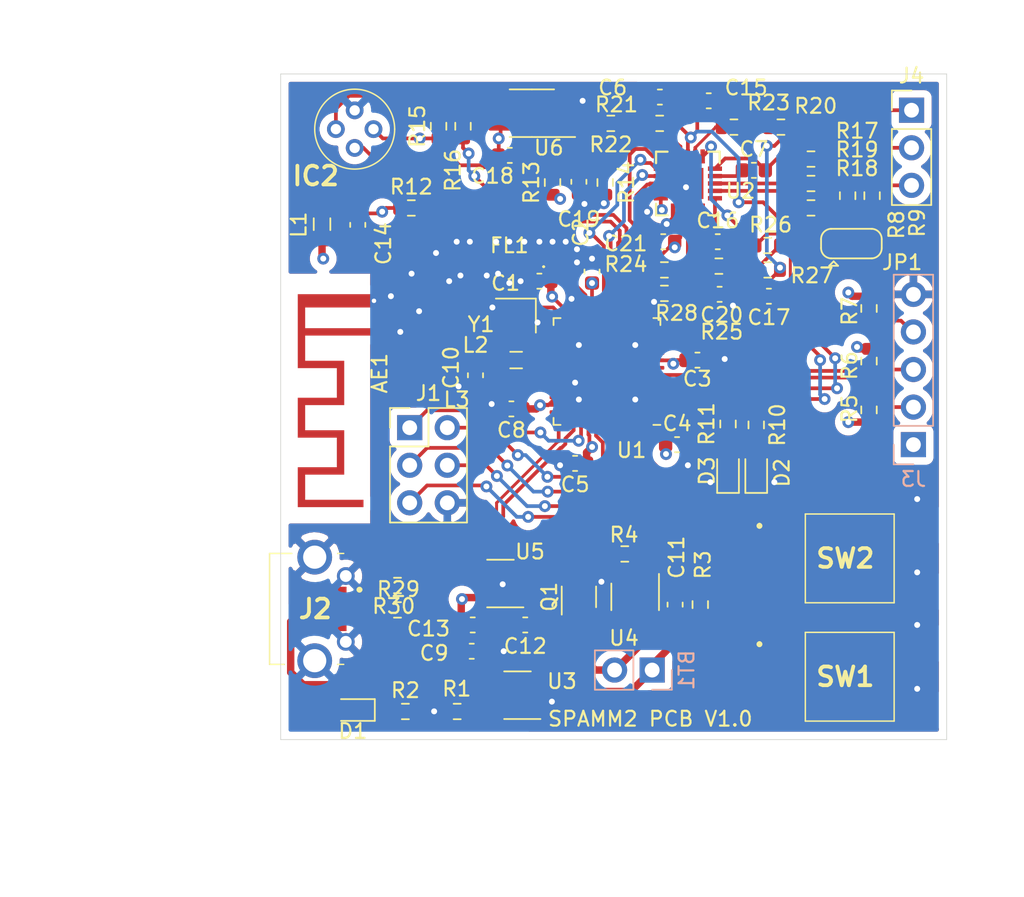
<source format=kicad_pcb>
(kicad_pcb (version 20171130) (host pcbnew 5.1.9)
  (layers (0 F.Cu signal) (1 In1.Cu signal) (2 In2.Cu signal) (31 B.Cu signal) (34 B.Paste user) (35 F.Paste user) (36 B.SilkS user) (37 F.SilkS user) (38 B.Mask user) (39 F.Mask user) (44 Edge.Cuts user))
  (net 0 "")
  (net 1 -BATT)
  (net 2 +BATT)
  (net 3 GND)
  (net 4 +3V3)
  (net 5 +3.3VA)
  (net 6 "Net-(C10-Pad1)")
  (net 7 "Net-(C11-Pad2)")
  (net 8 "Net-(C19-Pad1)")
  (net 9 VBUS)
  (net 10 "Net-(D1-Pad1)")
  (net 11 "Net-(D2-Pad2)")
  (net 12 "Net-(D3-Pad2)")
  (net 13 "Net-(IC2-Pad4)")
  (net 14 "/Temperature Sensor/VGND")
  (net 15 /thermistor)
  (net 16 /io/JTAG_NTRST)
  (net 17 /io/JTAG_TMS)
  (net 18 /io/JTAG_TDO)
  (net 19 /io/JTAG_TDI)
  (net 20 /io/JTAG_TCK)
  (net 21 /USB_D-)
  (net 22 /USB_D+)
  (net 23 "Net-(J2-Pad4)")
  (net 24 "Net-(L2-Pad2)")
  (net 25 "Net-(Q1-Pad3)")
  (net 26 "Net-(Q1-Pad2)")
  (net 27 "Net-(Q1-Pad5)")
  (net 28 /SCL)
  (net 29 /SDA)
  (net 30 "Net-(R1-Pad1)")
  (net 31 "Net-(R2-Pad2)")
  (net 32 "Net-(R4-Pad1)")
  (net 33 /io/LED1)
  (net 34 /io/LED2)
  (net 35 "Net-(R15-Pad2)")
  (net 36 /thermopile)
  (net 37 /io/BTN1)
  (net 38 "Net-(SW1-Pad1)")
  (net 39 /io/BTN2)
  (net 40 "Net-(SW2-Pad1)")
  (net 41 "Net-(U1-Pad36)")
  (net 42 "Net-(U1-Pad30)")
  (net 43 "Net-(U1-Pad29)")
  (net 44 "Net-(U1-Pad28)")
  (net 45 "Net-(U1-Pad27)")
  (net 46 "Net-(U1-Pad26)")
  (net 47 "Net-(U1-Pad25)")
  (net 48 "Net-(U1-Pad24)")
  (net 49 "Net-(U1-Pad7)")
  (net 50 "Net-(U1-Pad4)")
  (net 51 "Net-(U1-Pad3)")
  (net 52 "Net-(U1-Pad2)")
  (net 53 "Net-(U4-Pad4)")
  (net 54 "Net-(U5-Pad4)")
  (net 55 /INT)
  (net 56 "Net-(U1-Pad45)")
  (net 57 /ECG_OUT)
  (net 58 "Net-(C6-Pad1)")
  (net 59 "Net-(C7-Pad1)")
  (net 60 /ecg/REFOUT)
  (net 61 "Net-(C15-Pad1)")
  (net 62 "Net-(C16-Pad2)")
  (net 63 "Net-(C16-Pad1)")
  (net 64 "Net-(C17-Pad1)")
  (net 65 "Net-(C20-Pad1)")
  (net 66 /ecg/LA)
  (net 67 /ecg/RA)
  (net 68 /ecg/RL)
  (net 69 /ecg/REF)
  (net 70 "Net-(R18-Pad1)")
  (net 71 "Net-(R21-Pad2)")
  (net 72 "Net-(R25-Pad1)")
  (net 73 /ECG_SDN)
  (net 74 "Net-(R19-Pad1)")
  (net 75 "Net-(R20-Pad2)")
  (net 76 /ecg/RLD)
  (net 77 /rf/TlineANT)
  (net 78 /rf/Tline)
  (net 79 "Net-(J2-Pad3)")
  (net 80 "Net-(J2-Pad2)")
  (net 81 "Net-(L3-Pad1)")
  (net 82 /LO-)
  (net 83 /LO+)
  (net 84 "Net-(U1-Pad10)")
  (net 85 "Net-(U1-Pad9)")
  (module kicad_pretty:UJ2MIBH24SMTTR (layer F.Cu) (at 141.824 86.167)
    (fp_text reference J2 (at 0.512 0) (layer F.SilkS) (effects (font (size 1.27 1.27) (thickness 0.254))))
    (fp_text value UJ2-MIBH2-4-SMT-TR hide)
    (pad MH4 thru_hole circle (at 0.475 -3.5) (size 2.348 2.348) (drill 1.5652) (layers *.Cu *.Mask) (net 3 GND))
    (pad MH3 thru_hole circle (at 0.475 3.5) (size 2.348 2.348) (drill 1.5652) (layers *.Cu *.Mask) (net 3 GND))
    (pad MH2 thru_hole circle (at 2.575 2.225) (size 1.2 1.2) (drill 0.8) (layers *.Cu *.Mask) (net 3 GND))
    (pad MH1 thru_hole circle (at 2.575 -2.225) (size 1.2 1.2) (drill 0.8) (layers *.Cu *.Mask) (net 3 GND))
    (pad 5 smd rect (at 2.025 1.3 90) (size 0.4 1.2) (layers F.Cu F.Paste F.Mask) (net 3 GND))
    (pad 4 smd rect (at 2.025 0.65 90) (size 0.4 1.2) (layers F.Cu F.Paste F.Mask) (net 23 "Net-(J2-Pad4)"))
    (pad 3 smd rect (at 2.025 0 90) (size 0.4 1.2) (layers F.Cu F.Paste F.Mask) (net 79 "Net-(J2-Pad3)"))
    (pad 2 smd rect (at 2.025 -0.65 90) (size 0.4 1.2) (layers F.Cu F.Paste F.Mask) (net 80 "Net-(J2-Pad2)"))
    (pad 1 smd rect (at 2.025 -1.3 90) (size 0.4 1.2) (layers F.Cu F.Paste F.Mask) (net 9 VBUS))
  )
  (module Connector_PinHeader_2.54mm:PinHeader_1x02_P2.54mm_Vertical (layer B.Cu) (at 165.1 90.3 90)
    (fp_text reference BT1 (at 0 2.33 90) (layer B.SilkS) (effects (justify mirror)))
    (fp_text value Battery_Cell)
    (pad 2 thru_hole oval (at 0 -2.54 90) (size 1.7 1.7) (drill 1) (layers *.Cu *.Mask) (net 1 -BATT))
    (pad 1 thru_hole rect (at 0 0 90) (size 1.7 1.7) (drill 1) (layers *.Cu *.Mask) (net 2 +BATT))
  )
  (module LED_SMD:LED_0603_1608Metric (layer F.Cu) (at 144.875 93 180)
    (fp_text reference D1 (at 0 -1.43) (layer F.SilkS))
    (fp_text value LED)
    (pad 2 smd roundrect (at 0.7875 0 180) (size 0.875 0.95) (layers F.Cu F.Paste F.Mask) (net 9 VBUS))
    (pad 1 smd roundrect (at -0.7875 0 180) (size 0.875 0.95) (layers F.Cu F.Paste F.Mask) (net 10 "Net-(D1-Pad1)"))
  )
  (module kicad_pretty:luci (layer F.Cu) (at 169.291 90.17)
    (fp_text reference G*** hide)
    (fp_text value luci hide)
    (fp_poly (pts (xy 0.191061 -1.090231) (xy 0.214478 -1.069599) (xy 0.233338 -1.043102) (xy 0.245015 -1.014147) (xy 0.24751 -0.995492) (xy 0.243821 -0.970535) (xy 0.233889 -0.945803) (xy 0.219985 -0.925914) (xy 0.209078 -0.917332) (xy 0.183277 -0.909597) (xy 0.154722 -0.909496) (xy 0.129444 -0.916914) (xy 0.125932 -0.9189) (xy 0.106238 -0.937671) (xy 0.091793 -0.964174) (xy 0.083322 -0.994778) (xy 0.081555 -1.025851) (xy 0.087218 -1.053763) (xy 0.09581 -1.069246) (xy 0.117376 -1.089458) (xy 0.141823 -1.100766) (xy 0.165715 -1.10159) (xy 0.191061 -1.090231)) (layer F.Cu) (width 0.01))
    (fp_poly (pts (xy -1.369087 -1.622233) (xy -1.336849 -1.616539) (xy -1.299 -1.608193) (xy -1.257148 -1.597537) (xy -1.212903 -1.584914) (xy -1.167873 -1.570668) (xy -1.139825 -1.561014) (xy -1.096776 -1.544871) (xy -1.052741 -1.526903) (xy -1.009726 -1.508065) (xy -0.969736 -1.489312) (xy -0.934775 -1.471601) (xy -0.906851 -1.455886) (xy -0.887967 -1.443123) (xy -0.882996 -1.438643) (xy -0.868102 -1.422789) (xy -0.886489 -1.41566) (xy -0.900862 -1.411574) (xy -0.923878 -1.40663) (xy -0.951592 -1.401639) (xy -0.9652 -1.399494) (xy -0.998736 -1.394415) (xy -1.02096 -1.390287) (xy -1.033089 -1.385978) (xy -1.03634 -1.380359) (xy -1.031928 -1.372298) (xy -1.021072 -1.360664) (xy -1.014298 -1.353851) (xy -0.966878 -1.301267) (xy -0.91863 -1.238916) (xy -0.871272 -1.169473) (xy -0.826518 -1.095614) (xy -0.786086 -1.020015) (xy -0.751689 -0.945351) (xy -0.750513 -0.942541) (xy -0.74035 -0.915519) (xy -0.728396 -0.879608) (xy -0.715672 -0.8383) (xy -0.703201 -0.79509) (xy -0.692002 -0.753473) (xy -0.683097 -0.716943) (xy -0.679199 -0.6985) (xy -0.667007 -0.62099) (xy -0.658657 -0.536855) (xy -0.654651 -0.451724) (xy -0.654374 -0.419342) (xy -0.654582 -0.38805) (xy -0.655071 -0.359382) (xy -0.655963 -0.331426) (xy -0.657378 -0.302269) (xy -0.659441 -0.269998) (xy -0.662271 -0.232699) (xy -0.665991 -0.18846) (xy -0.670724 -0.135367) (xy -0.67645 -0.073025) (xy -0.680494 -0.018741) (xy -0.683069 0.039115) (xy -0.68421 0.098166) (xy -0.683951 0.156035) (xy -0.682326 0.210347) (xy -0.679372 0.258726) (xy -0.675121 0.298795) (xy -0.670678 0.32385) (xy -0.654945 0.385142) (xy -0.63789 0.437136) (xy -0.618117 0.483235) (xy -0.594233 0.52684) (xy -0.575732 0.555625) (xy -0.525811 0.618587) (xy -0.468025 0.671635) (xy -0.402726 0.714535) (xy -0.33027 0.747053) (xy -0.253076 0.768538) (xy -0.166956 0.780359) (xy -0.084008 0.780153) (xy -0.004612 0.767956) (xy 0.070849 0.743803) (xy 0.0889 0.735972) (xy 0.130175 0.717089) (xy 0.13096 0.639532) (xy 0.134827 0.573145) (xy 0.145237 0.498519) (xy 0.162306 0.41513) (xy 0.186146 0.322451) (xy 0.216871 0.219957) (xy 0.232132 0.173028) (xy 0.259573 0.086577) (xy 0.281612 0.007894) (xy 0.298946 -0.066391) (xy 0.31227 -0.139651) (xy 0.322279 -0.215257) (xy 0.329668 -0.296582) (xy 0.330042 -0.301703) (xy 0.333116 -0.35991) (xy 0.333483 -0.410326) (xy 0.331255 -0.452138) (xy 0.32654 -0.48453) (xy 0.31945 -0.506688) (xy 0.310093 -0.517797) (xy 0.300822 -0.518096) (xy 0.294666 -0.517914) (xy 0.29558 -0.521194) (xy 0.293319 -0.525481) (xy 0.279417 -0.526121) (xy 0.276249 -0.525884) (xy 0.263189 -0.523965) (xy 0.254362 -0.519064) (xy 0.246975 -0.508334) (xy 0.238234 -0.488927) (xy 0.236918 -0.485775) (xy 0.226042 -0.460686) (xy 0.217839 -0.446199) (xy 0.210468 -0.441049) (xy 0.202086 -0.443968) (xy 0.190851 -0.453689) (xy 0.190608 -0.453922) (xy 0.179374 -0.465671) (xy 0.173945 -0.473347) (xy 0.173932 -0.4745) (xy 0.173735 -0.481431) (xy 0.17048 -0.496137) (xy 0.168415 -0.503538) (xy 0.160547 -0.530225) (xy 0.093921 -0.532018) (xy 0.062252 -0.532673) (xy 0.040684 -0.531745) (xy 0.02662 -0.527927) (xy 0.017467 -0.519912) (xy 0.010626 -0.506395) (xy 0.003684 -0.486606) (xy -0.006068 -0.459619) (xy -0.013926 -0.443278) (xy -0.020964 -0.435883) (xy -0.028256 -0.435732) (xy -0.028381 -0.435779) (xy -0.037027 -0.443913) (xy -0.047026 -0.459809) (xy -0.056168 -0.479043) (xy -0.062243 -0.497186) (xy -0.0635 -0.506138) (xy -0.064109 -0.511255) (xy -0.067204 -0.514922) (xy -0.074687 -0.517461) (xy -0.088462 -0.519192) (xy -0.110431 -0.520436) (xy -0.142496 -0.521515) (xy -0.157163 -0.521932) (xy -0.195765 -0.523262) (xy -0.224384 -0.525011) (xy -0.245733 -0.527545) (xy -0.262529 -0.531231) (xy -0.277487 -0.536436) (xy -0.283445 -0.538972) (xy -0.302716 -0.54858) (xy -0.311901 -0.556521) (xy -0.313113 -0.564661) (xy -0.313009 -0.565078) (xy -0.306626 -0.577961) (xy -0.293461 -0.590455) (xy -0.27196 -0.603592) (xy -0.240572 -0.618401) (xy -0.219075 -0.62741) (xy -0.185639 -0.641351) (xy -0.151175 -0.656296) (xy -0.117665 -0.671319) (xy -0.087089 -0.685495) (xy -0.061429 -0.697899) (xy -0.042666 -0.707605) (xy -0.032779 -0.713686) (xy -0.03175 -0.714946) (xy -0.037369 -0.716331) (xy -0.051631 -0.715708) (xy -0.060897 -0.714642) (xy -0.084153 -0.713524) (xy -0.116104 -0.714713) (xy -0.15303 -0.717835) (xy -0.191212 -0.722515) (xy -0.226931 -0.728378) (xy -0.252222 -0.73392) (xy -0.300414 -0.747039) (xy -0.34089 -0.759583) (xy -0.37215 -0.771042) (xy -0.392692 -0.780907) (xy -0.395288 -0.782578) (xy -0.406939 -0.789265) (xy -0.412715 -0.789949) (xy -0.412848 -0.78942) (xy -0.415658 -0.788405) (xy -0.41761 -0.790575) (xy -0.4274 -0.800867) (xy -0.442159 -0.813253) (xy -0.458637 -0.825407) (xy -0.473586 -0.835) (xy -0.483753 -0.839704) (xy -0.485978 -0.839545) (xy -0.487945 -0.839674) (xy -0.486172 -0.843363) (xy -0.486052 -0.854385) (xy -0.490764 -0.862413) (xy -0.51229 -0.895752) (xy -0.526288 -0.936383) (xy -0.532179 -0.980969) (xy -0.530191 -1.013113) (xy 0.038238 -1.013113) (xy 0.041193 -0.982696) (xy 0.048861 -0.956505) (xy 0.050381 -0.95332) (xy 0.071622 -0.924662) (xy 0.10378 -0.899126) (xy 0.145251 -0.877707) (xy 0.194433 -0.861398) (xy 0.201477 -0.859665) (xy 0.254113 -0.848363) (xy 0.298199 -0.841701) (xy 0.336905 -0.839429) (xy 0.373399 -0.841295) (xy 0.395736 -0.844328) (xy 0.444663 -0.856906) (xy 0.48476 -0.876821) (xy 0.515293 -0.903433) (xy 0.535528 -0.936101) (xy 0.544731 -0.974184) (xy 0.544753 -0.974444) (xy 0.542797 -1.018849) (xy 0.529346 -1.058244) (xy 0.504671 -1.092389) (xy 0.469044 -1.12105) (xy 0.422737 -1.143988) (xy 0.366023 -1.160967) (xy 0.321231 -1.169046) (xy 0.29006 -1.172588) (xy 0.264771 -1.172952) (xy 0.23891 -1.169972) (xy 0.219917 -1.166403) (xy 0.165327 -1.151561) (xy 0.11863 -1.131245) (xy 0.081152 -1.10623) (xy 0.054221 -1.077291) (xy 0.047083 -1.065528) (xy 0.040149 -1.042482) (xy 0.038238 -1.013113) (xy -0.530191 -1.013113) (xy -0.529383 -1.026174) (xy -0.523542 -1.051402) (xy -0.517771 -1.072217) (xy -0.514283 -1.088352) (xy -0.513772 -1.095375) (xy -0.512354 -1.098368) (xy -0.51086 -1.097177) (xy -0.50492 -1.099145) (xy -0.494798 -1.109204) (xy -0.488191 -1.117642) (xy -0.467372 -1.139327) (xy -0.437379 -1.159077) (xy -0.397452 -1.177202) (xy -0.346833 -1.194012) (xy -0.284762 -1.209818) (xy -0.239356 -1.219416) (xy -0.153451 -1.236066) (xy -0.075045 -1.250414) (xy 0.000679 -1.263273) (xy 0.078533 -1.275456) (xy 0.163333 -1.287775) (xy 0.177114 -1.289708) (xy 0.22434 -1.296381) (xy 0.260486 -1.301744) (xy 0.287067 -1.306134) (xy 0.305596 -1.309888) (xy 0.317587 -1.313343) (xy 0.324553 -1.316837) (xy 0.328008 -1.320706) (xy 0.329082 -1.323563) (xy 0.334162 -1.337132) (xy 0.344111 -1.359239) (xy 0.357617 -1.387326) (xy 0.373371 -1.418834) (xy 0.390062 -1.451206) (xy 0.406378 -1.481883) (xy 0.42101 -1.508307) (xy 0.432648 -1.527921) (xy 0.437467 -1.535113) (xy 0.450209 -1.550386) (xy 0.461309 -1.560169) (xy 0.465933 -1.562101) (xy 0.473484 -1.556147) (xy 0.477837 -1.539128) (xy 0.478851 -1.512302) (xy 0.476386 -1.476932) (xy 0.475929 -1.472848) (xy 0.473189 -1.442304) (xy 0.471137 -1.406489) (xy 0.470192 -1.37283) (xy 0.470178 -1.370839) (xy 0.4699 -1.316103) (xy 0.509587 -1.308319) (xy 0.538233 -1.301317) (xy 0.568387 -1.291859) (xy 0.584024 -1.28591) (xy 0.618773 -1.271284) (xy 0.636279 -1.301936) (xy 0.647124 -1.319658) (xy 0.656354 -1.332563) (xy 0.660371 -1.336658) (xy 0.664171 -1.344262) (xy 0.663303 -1.346639) (xy 0.663777 -1.352187) (xy 0.665603 -1.35255) (xy 0.671403 -1.357508) (xy 0.682374 -1.370899) (xy 0.696776 -1.390496) (xy 0.708383 -1.407332) (xy 0.730602 -1.439478) (xy 0.74782 -1.462006) (xy 0.761355 -1.476319) (xy 0.772523 -1.483816) (xy 0.782247 -1.485901) (xy 0.789324 -1.482923) (xy 0.792952 -1.473223) (xy 0.793069 -1.455647) (xy 0.789611 -1.429045) (xy 0.782515 -1.392264) (xy 0.775368 -1.35992) (xy 0.767441 -1.324366) (xy 0.759755 -1.288344) (xy 0.753228 -1.25625) (xy 0.749043 -1.234003) (xy 0.741099 -1.18848) (xy 0.77016 -1.149821) (xy 0.801733 -1.098963) (xy 0.821498 -1.045318) (xy 0.830077 -0.9906) (xy 0.831218 -0.949538) (xy 0.827921 -0.91251) (xy 0.819322 -0.877739) (xy 0.80456 -0.843448) (xy 0.782773 -0.80786) (xy 0.753097 -0.769198) (xy 0.71467 -0.725685) (xy 0.687657 -0.697133) (xy 0.653392 -0.660946) (xy 0.627226 -0.631938) (xy 0.609493 -0.610507) (xy 0.600529 -0.59705) (xy 0.599557 -0.592784) (xy 0.599744 -0.586686) (xy 0.597129 -0.587234) (xy 0.590928 -0.585054) (xy 0.585004 -0.572149) (xy 0.579728 -0.550491) (xy 0.575471 -0.522057) (xy 0.572605 -0.488818) (xy 0.571502 -0.45275) (xy 0.5715 -0.45106) (xy 0.574713 -0.382537) (xy 0.584521 -0.307708) (xy 0.601171 -0.224908) (xy 0.611889 -0.180975) (xy 0.626543 -0.123825) (xy 0.657759 -0.125713) (xy 0.673977 -0.128191) (xy 0.699645 -0.133897) (xy 0.732123 -0.142165) (xy 0.768774 -0.152327) (xy 0.801337 -0.161988) (xy 0.890123 -0.187559) (xy 0.969005 -0.206747) (xy 1.039008 -0.219637) (xy 1.101155 -0.226315) (xy 1.156473 -0.226869) (xy 1.205984 -0.221383) (xy 1.250714 -0.209945) (xy 1.272438 -0.201668) (xy 1.302777 -0.183851) (xy 1.333545 -0.157403) (xy 1.36126 -0.125777) (xy 1.382192 -0.092908) (xy 1.395578 -0.059911) (xy 1.406095 -0.020825) (xy 1.413154 0.020423) (xy 1.416167 0.059904) (xy 1.414545 0.093691) (xy 1.412047 0.106362) (xy 1.407613 0.117545) (xy 1.402502 0.118748) (xy 1.396182 0.109304) (xy 1.388118 0.088544) (xy 1.381563 0.068262) (xy 1.371495 0.036718) (xy 1.364154 0.017051) (xy 1.358928 0.008886) (xy 1.35521 0.011846) (xy 1.352388 0.025555) (xy 1.349934 0.048737) (xy 1.345704 0.086278) (xy 1.340588 0.116351) (xy 1.334942 0.137913) (xy 1.329119 0.149921) (xy 1.323476 0.151333) (xy 1.318419 0.141287) (xy 1.315835 0.130297) (xy 1.311672 0.110345) (xy 1.306657 0.084958) (xy 1.304377 0.073025) (xy 1.2977 0.040331) (xy 1.291963 0.017401) (xy 1.287421 0.004906) (xy 1.284327 0.003517) (xy 1.282937 0.013907) (xy 1.282893 0.016309) (xy 1.280679 0.038234) (xy 1.275144 0.062614) (xy 1.267361 0.086737) (xy 1.258403 0.107889) (xy 1.249341 0.123355) (xy 1.241247 0.130421) (xy 1.237971 0.130002) (xy 1.235604 0.122551) (xy 1.233608 0.104995) (xy 1.232187 0.079929) (xy 1.231547 0.049947) (xy 1.231541 0.048837) (xy 1.230237 0.001996) (xy 1.22622 -0.033802) (xy 1.218597 -0.060083) (xy 1.206475 -0.078374) (xy 1.188961 -0.090202) (xy 1.165163 -0.097091) (xy 1.144611 -0.099763) (xy 1.112654 -0.100829) (xy 1.0772 -0.098234) (xy 1.036601 -0.091657) (xy 0.989211 -0.080777) (xy 0.933381 -0.065272) (xy 0.874464 -0.047068) (xy 0.833125 -0.034142) (xy 0.792948 -0.022125) (xy 0.756554 -0.011762) (xy 0.726562 -0.003794) (xy 0.705589 0.001037) (xy 0.703262 0.001466) (xy 0.683107 0.005051) (xy 0.670076 0.00901) (xy 0.663151 0.015725) (xy 0.661312 0.02758) (xy 0.66354 0.046957) (xy 0.668817 0.076237) (xy 0.669557 0.080261) (xy 0.675294 0.113378) (xy 0.681237 0.150574) (xy 0.685696 0.180975) (xy 0.689497 0.207644) (xy 0.693151 0.231639) (xy 0.695957 0.24838) (xy 0.69629 0.250131) (xy 0.699901 0.268487) (xy 0.751588 0.264598) (xy 0.780348 0.261048) (xy 0.815773 0.254652) (xy 0.852441 0.246463) (xy 0.873125 0.241029) (xy 0.944756 0.221428) (xy 1.005598 0.206184) (xy 1.056763 0.195222) (xy 1.099362 0.188466) (xy 1.134508 0.185838) (xy 1.163311 0.187262) (xy 1.186884 0.192663) (xy 1.206338 0.201963) (xy 1.222785 0.215086) (xy 1.224557 0.216861) (xy 1.245315 0.242309) (xy 1.258784 0.270203) (xy 1.266325 0.304137) (xy 1.268823 0.333792) (xy 1.268798 0.364118) (xy 1.266427 0.397759) (xy 1.262159 0.432401) (xy 1.256446 0.465734) (xy 1.249737 0.495442) (xy 1.242484 0.519215) (xy 1.235136 0.53474) (xy 1.228714 0.53975) (xy 1.221842 0.534829) (xy 1.216677 0.51951) (xy 1.213017 0.492955) (xy 1.211271 0.467786) (xy 1.209675 0.437098) (xy 1.18745 0.489575) (xy 1.173082 0.520694) (xy 1.161674 0.539477) (xy 1.153378 0.545964) (xy 1.148347 0.540193) (xy 1.146733 0.522205) (xy 1.148689 0.492037) (xy 1.150074 0.479978) (xy 1.152481 0.455955) (xy 1.153349 0.436688) (xy 1.152541 0.425747) (xy 1.152192 0.424911) (xy 1.147856 0.427069) (xy 1.139908 0.438516) (xy 1.129898 0.45694) (xy 1.127578 0.461688) (xy 1.116102 0.483929) (xy 1.105177 0.502246) (xy 1.097007 0.51298) (xy 1.096442 0.513481) (xy 1.089685 0.523314) (xy 1.089989 0.529356) (xy 1.089262 0.531156) (xy 1.082297 0.525551) (xy 1.075499 0.517232) (xy 1.073623 0.507047) (xy 1.076143 0.490475) (xy 1.07752 0.484276) (xy 1.087413 0.440466) (xy 1.094597 0.407139) (xy 1.099378 0.382438) (xy 1.102065 0.36451) (xy 1.102969 0.3515) (xy 1.102396 0.341553) (xy 1.101849 0.338154) (xy 1.09696 0.324114) (xy 1.090237 0.317562) (xy 1.089569 0.3175) (xy 1.074372 0.318926) (xy 1.049327 0.322877) (xy 1.016922 0.32886) (xy 0.979645 0.336382) (xy 0.939983 0.344949) (xy 0.900424 0.35407) (xy 0.880555 0.358908) (xy 0.844903 0.367358) (xy 0.809874 0.37493) (xy 0.779143 0.380875) (xy 0.756385 0.384445) (xy 0.753555 0.384764) (xy 0.714375 0.388778) (xy 0.713734 0.497601) (xy 0.712387 0.559147) (xy 0.708898 0.61049) (xy 0.702905 0.654001) (xy 0.694048 0.692051) (xy 0.681964 0.727011) (xy 0.676965 0.738822) (xy 0.667483 0.763517) (xy 0.665429 0.781096) (xy 0.671337 0.795108) (xy 0.68574 0.809102) (xy 0.687773 0.81072) (xy 0.698825 0.820504) (xy 0.703929 0.826974) (xy 0.707059 0.834464) (xy 0.71426 0.850605) (xy 0.724246 0.872537) (xy 0.72958 0.884124) (xy 0.747551 0.924063) (xy 0.760519 0.955783) (xy 0.769473 0.982261) (xy 0.775401 1.006474) (xy 0.779295 1.031402) (xy 0.779726 1.03505) (xy 0.781432 1.097505) (xy 0.771515 1.155058) (xy 0.749792 1.208318) (xy 0.716079 1.257896) (xy 0.711258 1.263582) (xy 0.696095 1.28156) (xy 0.684858 1.295787) (xy 0.679603 1.30364) (xy 0.67945 1.304199) (xy 0.68538 1.305739) (xy 0.701496 1.306992) (xy 0.725283 1.307823) (xy 0.752052 1.3081) (xy 0.805861 1.310452) (xy 0.865608 1.317082) (xy 0.928342 1.327342) (xy 0.991112 1.340589) (xy 1.050965 1.356177) (xy 1.104952 1.373462) (xy 1.150122 1.391799) (xy 1.16205 1.397688) (xy 1.203325 1.419225) (xy 1.149506 1.421092) (xy 1.095688 1.422959) (xy 1.141569 1.448295) (xy 1.162698 1.460656) (xy 1.178687 1.471331) (xy 1.186896 1.47851) (xy 1.18745 1.479765) (xy 1.181794 1.48403) (xy 1.16701 1.485689) (xy 1.146371 1.484867) (xy 1.123153 1.48169) (xy 1.101146 1.476443) (xy 1.078852 1.470791) (xy 1.058318 1.467374) (xy 1.051298 1.466918) (xy 1.042069 1.467366) (xy 1.040435 1.46975) (xy 1.047478 1.475493) (xy 1.064281 1.486015) (xy 1.067173 1.487769) (xy 1.097268 1.506239) (xy 1.117768 1.519499) (xy 1.130133 1.528584) (xy 1.135827 1.534531) (xy 1.13665 1.537009) (xy 1.133848 1.539832) (xy 1.124607 1.539759) (xy 1.107671 1.536523) (xy 1.081784 1.529861) (xy 1.045691 1.519505) (xy 1.02574 1.513556) (xy 0.947708 1.492411) (xy 0.860086 1.472813) (xy 0.765951 1.455388) (xy 0.669925 1.44097) (xy 0.619935 1.434251) (xy 0.580947 1.428733) (xy 0.551361 1.424027) (xy 0.529579 1.419742) (xy 0.514001 1.41549) (xy 0.50303 1.410879) (xy 0.495065 1.40552) (xy 0.48851 1.399023) (xy 0.486 1.39611) (xy 0.475662 1.379553) (xy 0.473756 1.362348) (xy 0.48054 1.341605) (xy 0.49278 1.31991) (xy 0.500714 1.304866) (xy 0.503522 1.294368) (xy 0.502876 1.292393) (xy 0.503234 1.289628) (xy 0.506129 1.290108) (xy 0.513855 1.286451) (xy 0.526909 1.274479) (xy 0.543498 1.256392) (xy 0.561829 1.23439) (xy 0.58011 1.210675) (xy 0.596547 1.187447) (xy 0.609349 1.166907) (xy 0.614305 1.157306) (xy 0.629767 1.108878) (xy 0.633443 1.058705) (xy 0.625673 1.00882) (xy 0.606796 0.961259) (xy 0.57715 0.918056) (xy 0.573814 0.914283) (xy 0.551278 0.889339) (xy 0.526658 0.901899) (xy 0.490652 0.916464) (xy 0.449223 0.927381) (xy 0.409072 0.933023) (xy 0.396816 0.93345) (xy 0.377588 0.933959) (xy 0.366929 0.937096) (xy 0.36071 0.945275) (xy 0.35609 0.957262) (xy 0.344004 0.983318) (xy 0.325446 1.013942) (xy 0.303226 1.045034) (xy 0.280156 1.072492) (xy 0.270136 1.082675) (xy 0.227564 1.122536) (xy 0.189605 1.156815) (xy 0.158165 1.183798) (xy 0.154298 1.186972) (xy 0.140203 1.200029) (xy 0.132174 1.210612) (xy 0.131466 1.214939) (xy 0.131076 1.218082) (xy 0.12814 1.216729) (xy 0.120506 1.218955) (xy 0.106529 1.229325) (xy 0.087919 1.246165) (xy 0.066383 1.267797) (xy 0.043631 1.292545) (xy 0.02137 1.318732) (xy 0.011387 1.331288) (xy -0.018501 1.369827) (xy 0.027262 1.374052) (xy 0.075365 1.379923) (xy 0.127881 1.388796) (xy 0.182397 1.400047) (xy 0.236503 1.413053) (xy 0.287786 1.427188) (xy 0.333835 1.44183) (xy 0.372238 1.456355) (xy 0.400583 1.470139) (xy 0.401986 1.470974) (xy 0.422212 1.48497) (xy 0.431279 1.495402) (xy 0.429132 1.501661) (xy 0.415716 1.50314) (xy 0.404812 1.501903) (xy 0.371459 1.496815) (xy 0.349023 1.493763) (xy 0.335915 1.49257) (xy 0.330545 1.493061) (xy 0.3302 1.49359) (xy 0.335476 1.497415) (xy 0.349657 1.505507) (xy 0.370271 1.516491) (xy 0.384175 1.523631) (xy 0.413272 1.539493) (xy 0.430965 1.552) (xy 0.437903 1.561799) (xy 0.434736 1.569537) (xy 0.43215 1.571408) (xy 0.423412 1.571955) (xy 0.405881 1.56998) (xy 0.383116 1.565903) (xy 0.379763 1.565199) (xy 0.345243 1.557828) (xy 0.321957 1.553092) (xy 0.308699 1.551066) (xy 0.304265 1.551821) (xy 0.307449 1.55543) (xy 0.317047 1.561967) (xy 0.327025 1.568379) (xy 0.35376 1.586748) (xy 0.373704 1.602811) (xy 0.385196 1.615141) (xy 0.38735 1.620356) (xy 0.381755 1.624787) (xy 0.366035 1.624592) (xy 0.341782 1.620043) (xy 0.310589 1.611408) (xy 0.28575 1.603172) (xy 0.253552 1.592098) (xy 0.219718 1.580858) (xy 0.18996 1.571337) (xy 0.180975 1.568583) (xy 0.151315 1.560547) (xy 0.112784 1.551415) (xy 0.068458 1.541789) (xy 0.021411 1.532272) (xy -0.025284 1.523466) (xy -0.068552 1.515977) (xy -0.105317 1.510406) (xy -0.130175 1.507541) (xy -0.161359 1.504254) (xy -0.183133 1.499821) (xy -0.198788 1.493028) (xy -0.211614 1.482659) (xy -0.218817 1.474802) (xy -0.22687 1.463391) (xy -0.229959 1.451058) (xy -0.229008 1.432841) (xy -0.228039 1.425235) (xy -0.217451 1.385294) (xy -0.196444 1.340924) (xy -0.165966 1.293365) (xy -0.126964 1.243856) (xy -0.080386 1.193635) (xy -0.02718 1.14394) (xy 0.012094 1.111248) (xy 0.035567 1.091999) (xy 0.060781 1.070345) (xy 0.085407 1.048399) (xy 0.107117 1.028273) (xy 0.123584 1.012078) (xy 0.132298 1.002192) (xy 0.142618 0.988993) (xy 0.155776 0.973907) (xy 0.156111 0.973546) (xy 0.166426 0.96037) (xy 0.171374 0.950029) (xy 0.17145 0.949175) (xy 0.175895 0.938988) (xy 0.181439 0.933064) (xy 0.190591 0.922269) (xy 0.201093 0.905585) (xy 0.203887 0.900353) (xy 0.216345 0.875932) (xy 0.190266 0.845003) (xy 0.179182 0.831886) (xy 0.170221 0.823212) (xy 0.160942 0.818888) (xy 0.148902 0.818818) (xy 0.131658 0.822907) (xy 0.106768 0.831063) (xy 0.078992 0.8407) (xy 0.035272 0.853386) (xy -0.015134 0.864103) (xy -0.066791 0.871925) (xy -0.114263 0.875925) (xy -0.129707 0.876252) (xy -0.211904 0.870235) (xy -0.295277 0.85293) (xy -0.377295 0.825197) (xy -0.455429 0.787896) (xy -0.527148 0.741885) (xy -0.528879 0.7406) (xy -0.594897 0.684621) (xy -0.650476 0.622618) (xy -0.696076 0.55382) (xy -0.732162 0.47745) (xy -0.759193 0.392735) (xy -0.772041 0.333308) (xy -0.777308 0.294136) (xy -0.781051 0.245121) (xy -0.783263 0.189028) (xy -0.783938 0.128623) (xy -0.783067 0.066671) (xy -0.780646 0.005938) (xy -0.776667 -0.05081) (xy -0.773066 -0.085725) (xy -0.765067 -0.154237) (xy -0.758793 -0.212505) (xy -0.754068 -0.262844) (xy -0.750713 -0.307566) (xy -0.748554 -0.348986) (xy -0.747413 -0.389417) (xy -0.74711 -0.42545) (xy -0.751248 -0.537439) (xy -0.763549 -0.646805) (xy -0.78362 -0.751661) (xy -0.811066 -0.850122) (xy -0.845495 -0.940303) (xy -0.861889 -0.975151) (xy -0.879651 -1.010225) (xy -0.896807 -1.043318) (xy -0.912325 -1.072512) (xy -0.925172 -1.095891) (xy -0.934314 -1.111535) (xy -0.938512 -1.11741) (xy -0.9446 -1.124912) (xy -0.9525 -1.137548) (xy -0.96238 -1.153713) (xy -0.975113 -1.17196) (xy -0.992477 -1.194696) (xy -1.016245 -1.224329) (xy -1.019157 -1.227904) (xy -1.03798 -1.250772) (xy -1.052088 -1.267098) (xy -1.064658 -1.280292) (xy -1.078863 -1.293768) (xy -1.089046 -1.303006) (xy -1.108075 -1.320137) (xy -1.108075 -1.242681) (xy -1.109125 -1.198787) (xy -1.112339 -1.166932) (xy -1.117815 -1.146623) (xy -1.125651 -1.137371) (xy -1.129182 -1.13665) (xy -1.132386 -1.138664) (xy -1.137776 -1.145408) (xy -1.145988 -1.157938) (xy -1.157654 -1.177308) (xy -1.173408 -1.204573) (xy -1.193883 -1.240788) (xy -1.219714 -1.287007) (xy -1.222619 -1.292225) (xy -1.248249 -1.337796) (xy -1.275359 -1.385149) (xy -1.302742 -1.432246) (xy -1.329192 -1.477047) (xy -1.353501 -1.517514) (xy -1.374463 -1.551607) (xy -1.39087 -1.577287) (xy -1.394999 -1.583451) (xy -1.406335 -1.60097) (xy -1.413978 -1.614491) (xy -1.416051 -1.619963) (xy -1.410296 -1.624288) (xy -1.394105 -1.62493) (xy -1.369087 -1.622233)) (layer F.Cu) (width 0.01))
  )
  (module Inductor_SMD:L_0402_1005Metric (layer F.Cu) (at 156.614 70.993 180)
    (fp_text reference L3 (at 4.722 -1.016) (layer F.SilkS))
    (fp_text value 10n)
    (pad 2 smd roundrect (at 0.485 0 180) (size 0.59 0.64) (layers F.Cu F.Paste F.Mask) (net 24 "Net-(L2-Pad2)"))
    (pad 1 smd roundrect (at -0.485 0 180) (size 0.59 0.64) (layers F.Cu F.Paste F.Mask) (net 81 "Net-(L3-Pad1)"))
  )
  (module Resistor_SMD:R_0603_1608Metric (layer F.Cu) (at 147.892 84.582)
    (fp_text reference R30 (at -0.254 1.397) (layer F.SilkS))
    (fp_text value 22)
    (pad 2 smd roundrect (at 0.825 0) (size 0.8 0.95) (layers F.Cu F.Paste F.Mask) (net 21 /USB_D-))
    (pad 1 smd roundrect (at -0.825 0) (size 0.8 0.95) (layers F.Cu F.Paste F.Mask) (net 80 "Net-(J2-Pad2)"))
  )
  (module Resistor_SMD:R_0603_1608Metric (layer F.Cu) (at 147.892 86.233 180)
    (fp_text reference R29 (at -0.063 1.397) (layer F.SilkS))
    (fp_text value 22)
    (pad 2 smd roundrect (at 0.825 0 180) (size 0.8 0.95) (layers F.Cu F.Paste F.Mask) (net 79 "Net-(J2-Pad3)"))
    (pad 1 smd roundrect (at -0.825 0 180) (size 0.8 0.95) (layers F.Cu F.Paste F.Mask) (net 22 /USB_D+))
  )
  (module RF_Antenna:Texas_SWRA117D_2.4GHz_Left (layer F.Cu) (at 146.304 67.437 90)
    (fp_text reference AE1 (at -2.794 0.381 90) (layer F.SilkS))
    (fp_text value Antenna_Chip)
    (fp_poly (pts (xy -2.45 -2.51) (xy -4.45 -2.51) (xy -4.45 -5.15) (xy -7.15 -5.15) (xy -7.15 -2.51) (xy -9.15 -2.51) (xy -9.15 -5.15) (xy -11.85 -5.15) (xy -11.85 -0.71) (xy -11.35 -0.71) (xy -11.35 -4.65) (xy -9.65 -4.65) (xy -9.65 -2.01) (xy -6.65 -2.01) (xy -6.65 -4.65) (xy -4.95 -4.65) (xy -4.95 -2.01) (xy -1.95 -2.01) (xy -1.95 -4.65) (xy -0.25 -4.65) (xy -0.25 0.25) (xy 0.25 0.25) (xy 0.25 -4.65) (xy 1.65 -4.65) (xy 1.65 0.25) (xy 2.55 0.25) (xy 2.55 0.006785) (xy 2.247583 0.006785) (xy 2.237742 0.054395) (xy 2.213674 0.096797) (xy 2.175731 0.129581) (xy 2.167819 0.133935) (xy 2.125156 0.146043) (xy 2.076637 0.1453) (xy 2.031122 0.1324) (xy 2.012511 0.121787) (xy 1.978868 0.086553) (xy 1.958309 0.041368) (xy 1.951778 -0.008158) (xy 1.960218 -0.056417) (xy 1.977112 -0.088643) (xy 2.012372 -0.121313) (xy 2.057682 -0.141408) (xy 2.107267 -0.147982) (xy 2.155353 -0.140092) (xy 2.188245 -0.123186) (xy 2.223185 -0.086416) (xy 2.242847 -0.041622) (xy 2.247583 0.006785) (xy 2.55 0.006785) (xy 2.55 -5.15) (xy -2.45 -5.15) (xy -2.45 -2.51)) (layer F.Cu) (width 0))
    (pad 1 connect rect (at 0 0 90) (size 0.5 0.5) (layers F.Cu) (net 77 /rf/TlineANT))
    (pad 2 thru_hole rect (at 2.1 0 90) (size 0.9 0.5) (drill 0.3) (layers *.Cu) (net 3 GND))
  )
  (module Connector_PinHeader_2.54mm:PinHeader_2x03_P2.54mm_Vertical (layer F.Cu) (at 148.717 73.914)
    (fp_text reference J1 (at 1.27 -2.33) (layer F.SilkS))
    (fp_text value Conn_02x03_Odd_Even)
    (pad 6 thru_hole oval (at 2.54 5.08) (size 1.7 1.7) (drill 1) (layers *.Cu *.Mask) (net 3 GND))
    (pad 5 thru_hole oval (at 0 5.08) (size 1.7 1.7) (drill 1) (layers *.Cu *.Mask) (net 16 /io/JTAG_NTRST))
    (pad 4 thru_hole oval (at 2.54 2.54) (size 1.7 1.7) (drill 1) (layers *.Cu *.Mask) (net 18 /io/JTAG_TDO))
    (pad 3 thru_hole oval (at 0 2.54) (size 1.7 1.7) (drill 1) (layers *.Cu *.Mask) (net 19 /io/JTAG_TDI))
    (pad 2 thru_hole oval (at 2.54 0) (size 1.7 1.7) (drill 1) (layers *.Cu *.Mask) (net 20 /io/JTAG_TCK))
    (pad 1 thru_hole rect (at 0 0) (size 1.7 1.7) (drill 1) (layers *.Cu *.Mask) (net 17 /io/JTAG_TMS))
  )
  (module Crystal:Crystal_SMD_2016-4Pin_2.0x1.6mm (layer F.Cu) (at 155.891 66.336 180)
    (fp_text reference Y1 (at 2.348 -0.593) (layer F.SilkS))
    (fp_text value Crystal_GND24)
    (pad 4 smd rect (at -0.7 -0.55 180) (size 0.9 0.8) (layers F.Cu F.Paste F.Mask) (net 3 GND))
    (pad 3 smd rect (at 0.7 -0.55 180) (size 0.9 0.8) (layers F.Cu F.Paste F.Mask) (net 47 "Net-(U1-Pad25)"))
    (pad 2 smd rect (at 0.7 0.55 180) (size 0.9 0.8) (layers F.Cu F.Paste F.Mask) (net 3 GND))
    (pad 1 smd rect (at -0.7 0.55 180) (size 0.9 0.8) (layers F.Cu F.Paste F.Mask) (net 48 "Net-(U1-Pad24)"))
  )
  (module kicad_pretty:MLPFWB5501E3 (layer F.Cu) (at 158.369 62.23 90)
    (fp_text reference FL1 (at 0.635 -2.921 180) (layer F.SilkS))
    (fp_text value MLPF-WB55-01E3 hide)
    (pad 6 smd rect (at 0.25 -0.587 180) (size 0.3 0.3) (layers F.Cu F.Paste F.Mask) (net 3 GND))
    (pad 5 smd rect (at 0.25 0 180) (size 0.3 0.3) (layers F.Cu F.Paste F.Mask) (net 3 GND))
    (pad 4 smd rect (at 0.25 0.587 180) (size 0.3 0.3) (layers F.Cu F.Paste F.Mask) (net 3 GND))
    (pad 3 smd rect (at -0.25 0.587 180) (size 0.3 0.3) (layers F.Cu F.Paste F.Mask) (net 78 /rf/Tline))
    (pad 2 smd rect (at -0.25 0 180) (size 0.3 0.3) (layers F.Cu F.Paste F.Mask) (net 3 GND))
    (pad 1 smd rect (at -0.25 -0.587 180) (size 0.3 0.3) (layers F.Cu F.Paste F.Mask) (net 77 /rf/TlineANT))
  )
  (module Jumper:SolderJumper-3_P1.3mm_Bridged12_RoundedPad1.0x1.5mm (layer F.Cu) (at 178.562 61.468)
    (fp_text reference JP1 (at 3.429 1.27) (layer F.SilkS))
    (fp_text value Jumper_3_Bridged12)
    (fp_poly (pts (xy -0.9 -0.3) (xy -0.4 -0.3) (xy -0.4 0.3) (xy -0.9 0.3)) (layer F.Cu) (width 0))
    (pad 1 smd custom (at -1.3 0) (size 1 0.5) (layers F.Cu F.Mask) (net 76 /ecg/RLD) (options (clearance outline) (anchor rect)) (primitives (gr_circle (center 0 0.25) (end 0.5 0.25) (width 0)) (gr_circle (center 0 -0.25) (end 0.5 -0.25) (width 0)) (gr_poly (pts (xy 0.55 -0.75) (xy 0 -0.75) (xy 0 0.75) (xy 0.55 0.75)) (width 0))))
    (pad 2 smd rect (at 0 0) (size 1 1.5) (layers F.Cu F.Mask) (net 69 /ecg/REF))
    (pad 3 smd custom (at 1.3 0) (size 1 0.5) (layers F.Cu F.Mask) (net 60 /ecg/REFOUT) (options (clearance outline) (anchor rect)) (primitives (gr_circle (center 0 0.25) (end 0.5 0.25) (width 0)) (gr_circle (center 0 -0.25) (end 0.5 -0.25) (width 0)) (gr_poly (pts (xy -0.55 -0.75) (xy 0 -0.75) (xy 0 0.75) (xy -0.55 0.75)) (width 0))))
  )
  (module Package_CSP:LFCSP-20-1EP_4x4mm_P0.5mm_EP2.1x2.1mm (layer F.Cu) (at 167.513 57.404 180)
    (fp_text reference U2 (at -3.556 -0.508) (layer F.SilkS))
    (fp_text value AD8232ACPZ-R7)
    (pad 21 smd rect (at 0 0 180) (size 2.1 2.1) (layers F.Cu F.Mask) (net 3 GND))
    (pad 20 smd rect (at -1 -1.83 270) (size 0.95 0.3) (layers F.Cu F.Paste F.Mask) (net 63 "Net-(C16-Pad1)"))
    (pad 19 smd rect (at -0.5 -1.83 270) (size 0.95 0.3) (layers F.Cu F.Paste F.Mask) (net 75 "Net-(R20-Pad2)"))
    (pad 18 smd rect (at 0 -1.83 270) (size 0.95 0.3) (layers F.Cu F.Paste F.Mask) (net 65 "Net-(C20-Pad1)"))
    (pad 17 smd rect (at 0.5 -1.83 270) (size 0.95 0.3) (layers F.Cu F.Paste F.Mask) (net 5 +3.3VA))
    (pad 16 smd rect (at 1 -1.83 270) (size 0.95 0.3) (layers F.Cu F.Paste F.Mask) (net 3 GND))
    (pad 15 smd rect (at 1.83 -1 180) (size 0.95 0.3) (layers F.Cu F.Paste F.Mask) (net 5 +3.3VA))
    (pad 14 smd rect (at 1.83 -0.5 180) (size 0.95 0.3) (layers F.Cu F.Paste F.Mask) (net 3 GND))
    (pad 13 smd rect (at 1.83 0 180) (size 0.95 0.3) (layers F.Cu F.Paste F.Mask) (net 73 /ECG_SDN))
    (pad 12 smd rect (at 1.83 0.5 180) (size 0.95 0.3) (layers F.Cu F.Paste F.Mask) (net 83 /LO+))
    (pad 11 smd rect (at 1.83 1 180) (size 0.95 0.3) (layers F.Cu F.Paste F.Mask) (net 82 /LO-))
    (pad 10 smd rect (at 1 1.83 270) (size 0.95 0.3) (layers F.Cu F.Paste F.Mask) (net 57 /ECG_OUT))
    (pad 9 smd rect (at 0.5 1.83 270) (size 0.95 0.3) (layers F.Cu F.Paste F.Mask) (net 71 "Net-(R21-Pad2)"))
    (pad 8 smd rect (at 0 1.83 270) (size 0.95 0.3) (layers F.Cu F.Paste F.Mask) (net 60 /ecg/REFOUT))
    (pad 7 smd rect (at -0.5 1.83 270) (size 0.95 0.3) (layers F.Cu F.Paste F.Mask) (net 61 "Net-(C15-Pad1)"))
    (pad 6 smd rect (at -1 1.83 270) (size 0.95 0.3) (layers F.Cu F.Paste F.Mask) (net 64 "Net-(C17-Pad1)"))
    (pad 5 smd rect (at -1.83 1 180) (size 0.95 0.3) (layers F.Cu F.Paste F.Mask) (net 76 /ecg/RLD))
    (pad 4 smd rect (at -1.83 0.5 180) (size 0.95 0.3) (layers F.Cu F.Paste F.Mask) (net 59 "Net-(C7-Pad1)"))
    (pad 3 smd rect (at -1.83 0 180) (size 0.95 0.3) (layers F.Cu F.Paste F.Mask) (net 74 "Net-(R19-Pad1)"))
    (pad 2 smd rect (at -1.83 -0.5 180) (size 0.95 0.3) (layers F.Cu F.Paste F.Mask) (net 70 "Net-(R18-Pad1)"))
    (pad 1 smd rect (at -1.83 -1 180) (size 0.95 0.3) (layers F.Cu F.Paste F.Mask) (net 62 "Net-(C16-Pad2)"))
  )
  (module Resistor_SMD:R_0603_1608Metric (layer F.Cu) (at 165.926 64.8335)
    (fp_text reference R28 (at 0.825 1.3335) (layer F.SilkS))
    (fp_text value 10M)
    (pad 2 smd roundrect (at 0.825 0) (size 0.8 0.95) (layers F.Cu F.Paste F.Mask) (net 65 "Net-(C20-Pad1)"))
    (pad 1 smd roundrect (at -0.825 0) (size 0.8 0.95) (layers F.Cu F.Paste F.Mask) (net 3 GND))
  )
  (module Resistor_SMD:R_0603_1608Metric (layer F.Cu) (at 172.911 63.246 180)
    (fp_text reference R27 (at -2.984 -0.381) (layer F.SilkS))
    (fp_text value 10M)
    (pad 2 smd roundrect (at 0.825 0 180) (size 0.8 0.95) (layers F.Cu F.Paste F.Mask) (net 72 "Net-(R25-Pad1)"))
    (pad 1 smd roundrect (at -0.825 0 180) (size 0.8 0.95) (layers F.Cu F.Paste F.Mask) (net 75 "Net-(R20-Pad2)"))
  )
  (module Resistor_SMD:R_0603_1608Metric (layer F.Cu) (at 172.911 61.595 180)
    (fp_text reference R26 (at -0.19 1.397) (layer F.SilkS))
    (fp_text value 1.4M)
    (pad 2 smd roundrect (at 0.825 0 180) (size 0.8 0.95) (layers F.Cu F.Paste F.Mask) (net 64 "Net-(C17-Pad1)"))
    (pad 1 smd roundrect (at -0.825 0 180) (size 0.8 0.95) (layers F.Cu F.Paste F.Mask) (net 72 "Net-(R25-Pad1)"))
  )
  (module Resistor_SMD:R_0603_1608Metric (layer F.Cu) (at 169.608 62.992 180)
    (fp_text reference R25 (at -0.191 -4.445) (layer F.SilkS))
    (fp_text value 10M)
    (pad 2 smd roundrect (at 0.825 0 180) (size 0.8 0.95) (layers F.Cu F.Paste F.Mask) (net 63 "Net-(C16-Pad1)"))
    (pad 1 smd roundrect (at -0.825 0 180) (size 0.8 0.95) (layers F.Cu F.Paste F.Mask) (net 72 "Net-(R25-Pad1)"))
  )
  (module Resistor_SMD:R_0603_1608Metric (layer F.Cu) (at 165.926 63.246)
    (fp_text reference R24 (at -2.604 -0.381) (layer F.SilkS))
    (fp_text value 10M)
    (pad 2 smd roundrect (at 0.825 0) (size 0.8 0.95) (layers F.Cu F.Paste F.Mask) (net 65 "Net-(C20-Pad1)"))
    (pad 1 smd roundrect (at -0.825 0) (size 0.8 0.95) (layers F.Cu F.Paste F.Mask) (net 5 +3.3VA))
  )
  (module Resistor_SMD:R_0603_1608Metric (layer F.Cu) (at 170.625 53.594)
    (fp_text reference R23 (at 2.349 -1.651) (layer F.SilkS))
    (fp_text value 1M)
    (pad 2 smd roundrect (at 0.825 0) (size 0.8 0.95) (layers F.Cu F.Paste F.Mask) (net 58 "Net-(C6-Pad1)"))
    (pad 1 smd roundrect (at -0.825 0) (size 0.8 0.95) (layers F.Cu F.Paste F.Mask) (net 61 "Net-(C15-Pad1)"))
  )
  (module Resistor_SMD:R_0603_1608Metric (layer F.Cu) (at 162.306 53.34 180)
    (fp_text reference R22 (at 0 -1.43) (layer F.SilkS))
    (fp_text value 1M)
    (pad 2 smd roundrect (at 0.825 0 180) (size 0.8 0.95) (layers F.Cu F.Paste F.Mask) (net 57 /ECG_OUT))
    (pad 1 smd roundrect (at -0.825 0 180) (size 0.8 0.95) (layers F.Cu F.Paste F.Mask) (net 71 "Net-(R21-Pad2)"))
  )
  (module Resistor_SMD:R_0603_1608Metric (layer F.Cu) (at 165.608 53.34 180)
    (fp_text reference R21 (at 2.921 1.27) (layer F.SilkS))
    (fp_text value 100k)
    (pad 2 smd roundrect (at 0.825 0 180) (size 0.8 0.95) (layers F.Cu F.Paste F.Mask) (net 71 "Net-(R21-Pad2)"))
    (pad 1 smd roundrect (at -0.825 0 180) (size 0.8 0.95) (layers F.Cu F.Paste F.Mask) (net 60 /ecg/REFOUT))
  )
  (module Resistor_SMD:R_0603_1608Metric (layer F.Cu) (at 173.8 53.594)
    (fp_text reference R20 (at 2.349 -1.43) (layer F.SilkS))
    (fp_text value 1M)
    (pad 2 smd roundrect (at 0.825 0) (size 0.8 0.95) (layers F.Cu F.Paste F.Mask) (net 75 "Net-(R20-Pad2)"))
    (pad 1 smd roundrect (at -0.825 0) (size 0.8 0.95) (layers F.Cu F.Paste F.Mask) (net 58 "Net-(C6-Pad1)"))
  )
  (module Resistor_SMD:R_0603_1608Metric (layer F.Cu) (at 175.832 57.404)
    (fp_text reference R19 (at 3.111 -2.286) (layer F.SilkS))
    (fp_text value 180k)
    (pad 2 smd roundrect (at 0.825 0) (size 0.8 0.95) (layers F.Cu F.Paste F.Mask) (net 67 /ecg/RA))
    (pad 1 smd roundrect (at -0.825 0) (size 0.8 0.95) (layers F.Cu F.Paste F.Mask) (net 74 "Net-(R19-Pad1)"))
  )
  (module Resistor_SMD:R_0603_1608Metric (layer F.Cu) (at 175.832 59.055)
    (fp_text reference R18 (at 3.111 -2.667) (layer F.SilkS))
    (fp_text value 180k)
    (pad 2 smd roundrect (at 0.825 0) (size 0.8 0.95) (layers F.Cu F.Paste F.Mask) (net 66 /ecg/LA))
    (pad 1 smd roundrect (at -0.825 0) (size 0.8 0.95) (layers F.Cu F.Paste F.Mask) (net 70 "Net-(R18-Pad1)"))
  )
  (module Resistor_SMD:R_0603_1608Metric (layer F.Cu) (at 175.832 55.753)
    (fp_text reference R17 (at 3.111 -1.905) (layer F.SilkS))
    (fp_text value 360k)
    (pad 2 smd roundrect (at 0.825 0) (size 0.8 0.95) (layers F.Cu F.Paste F.Mask) (net 68 /ecg/RL))
    (pad 1 smd roundrect (at -0.825 0) (size 0.8 0.95) (layers F.Cu F.Paste F.Mask) (net 76 /ecg/RLD))
  )
  (module Resistor_SMD:R_0603_1608Metric (layer F.Cu) (at 179.959 58.23 270)
    (fp_text reference R9 (at 1.841 -3.048 90) (layer F.SilkS))
    (fp_text value 10M)
    (pad 2 smd roundrect (at 0.825 0 270) (size 0.8 0.95) (layers F.Cu F.Paste F.Mask) (net 69 /ecg/REF))
    (pad 1 smd roundrect (at -0.825 0 270) (size 0.8 0.95) (layers F.Cu F.Paste F.Mask) (net 66 /ecg/LA))
  )
  (module Resistor_SMD:R_0603_1608Metric (layer F.Cu) (at 178.308 58.23 270)
    (fp_text reference R8 (at 1.968 -3.302 90) (layer F.SilkS))
    (fp_text value 10M)
    (pad 2 smd roundrect (at 0.825 0 270) (size 0.8 0.95) (layers F.Cu F.Paste F.Mask) (net 69 /ecg/REF))
    (pad 1 smd roundrect (at -0.825 0 270) (size 0.8 0.95) (layers F.Cu F.Paste F.Mask) (net 67 /ecg/RA))
  )
  (module Connector_PinHeader_2.54mm:PinHeader_1x03_P2.54mm_Vertical (layer F.Cu) (at 182.626 52.451)
    (fp_text reference J4 (at 0 -2.33) (layer F.SilkS))
    (fp_text value Conn_01x03)
    (pad 3 thru_hole oval (at 0 5.08) (size 1.7 1.7) (drill 1) (layers *.Cu *.Mask) (net 66 /ecg/LA))
    (pad 2 thru_hole oval (at 0 2.54) (size 1.7 1.7) (drill 1) (layers *.Cu *.Mask) (net 67 /ecg/RA))
    (pad 1 thru_hole rect (at 0 0) (size 1.7 1.7) (drill 1) (layers *.Cu *.Mask) (net 68 /ecg/RL))
  )
  (module Capacitor_SMD:C_0603_1608Metric (layer F.Cu) (at 165.849 61.341 180)
    (fp_text reference C21 (at 2.527 -0.127) (layer F.SilkS))
    (fp_text value 100n)
    (pad 2 smd roundrect (at 0.775 0 180) (size 0.9 0.95) (layers F.Cu F.Paste F.Mask) (net 3 GND))
    (pad 1 smd roundrect (at -0.775 0 180) (size 0.9 0.95) (layers F.Cu F.Paste F.Mask) (net 5 +3.3VA))
  )
  (module Capacitor_SMD:C_0603_1608Metric (layer F.Cu) (at 169.659 64.897)
    (fp_text reference C20 (at 0.14 1.397) (layer F.SilkS))
    (fp_text value 100n)
    (pad 2 smd roundrect (at 0.775 0) (size 0.9 0.95) (layers F.Cu F.Paste F.Mask) (net 3 GND))
    (pad 1 smd roundrect (at -0.775 0) (size 0.9 0.95) (layers F.Cu F.Paste F.Mask) (net 65 "Net-(C20-Pad1)"))
  )
  (module Capacitor_SMD:C_0603_1608Metric (layer F.Cu) (at 172.987 65.024 180)
    (fp_text reference C17 (at 0 -1.43) (layer F.SilkS))
    (fp_text value .33u)
    (pad 2 smd roundrect (at 0.775 0 180) (size 0.9 0.95) (layers F.Cu F.Paste F.Mask) (net 60 /ecg/REFOUT))
    (pad 1 smd roundrect (at -0.775 0 180) (size 0.9 0.95) (layers F.Cu F.Paste F.Mask) (net 64 "Net-(C17-Pad1)"))
  )
  (module Capacitor_SMD:C_0603_1608Metric (layer F.Cu) (at 169.532 61.341)
    (fp_text reference C16 (at 0 -1.43) (layer F.SilkS))
    (fp_text value .33u)
    (pad 2 smd roundrect (at 0.775 0) (size 0.9 0.95) (layers F.Cu F.Paste F.Mask) (net 62 "Net-(C16-Pad2)"))
    (pad 1 smd roundrect (at -0.775 0) (size 0.9 0.95) (layers F.Cu F.Paste F.Mask) (net 63 "Net-(C16-Pad1)"))
  )
  (module Capacitor_SMD:C_0603_1608Metric (layer F.Cu) (at 168.923 51.816 180)
    (fp_text reference C15 (at -2.527 0.889) (layer F.SilkS))
    (fp_text value 10n)
    (pad 2 smd roundrect (at 0.775 0 180) (size 0.9 0.95) (layers F.Cu F.Paste F.Mask) (net 60 /ecg/REFOUT))
    (pad 1 smd roundrect (at -0.775 0 180) (size 0.9 0.95) (layers F.Cu F.Paste F.Mask) (net 61 "Net-(C15-Pad1)"))
  )
  (module Capacitor_SMD:C_0603_1608Metric (layer F.Cu) (at 171.971 56.515)
    (fp_text reference C7 (at 0 -1.43) (layer F.SilkS))
    (fp_text value 1n)
    (pad 2 smd roundrect (at 0.775 0) (size 0.9 0.95) (layers F.Cu F.Paste F.Mask) (net 76 /ecg/RLD))
    (pad 1 smd roundrect (at -0.775 0) (size 0.9 0.95) (layers F.Cu F.Paste F.Mask) (net 59 "Net-(C7-Pad1)"))
  )
  (module Capacitor_SMD:C_0603_1608Metric (layer F.Cu) (at 165.621 51.562 180)
    (fp_text reference C6 (at 3.188 0.635) (layer F.SilkS))
    (fp_text value 1.5nF)
    (pad 2 smd roundrect (at 0.775 0 180) (size 0.9 0.95) (layers F.Cu F.Paste F.Mask) (net 57 /ECG_OUT))
    (pad 1 smd roundrect (at -0.775 0 180) (size 0.9 0.95) (layers F.Cu F.Paste F.Mask) (net 58 "Net-(C6-Pad1)"))
  )
  (module Capacitor_SMD:C_0603_1608Metric (layer F.Cu) (at 145.207 60.202 270)
    (fp_text reference C14 (at 1.266 -1.732 90) (layer F.SilkS))
    (fp_text value 100n)
    (pad 2 smd roundrect (at 0.775 0 270) (size 0.9 0.95) (layers F.Cu F.Paste F.Mask) (net 3 GND))
    (pad 1 smd roundrect (at -0.775 0 270) (size 0.9 0.95) (layers F.Cu F.Paste F.Mask) (net 5 +3.3VA))
  )
  (module Resistor_SMD:R_0603_1608Metric (layer F.Cu) (at 152.319 53.535 90)
    (fp_text reference R16 (at -2.98 -0.681 90) (layer F.SilkS))
    (fp_text value "33k 1%")
    (pad 2 smd roundrect (at 0.825 0 90) (size 0.8 0.95) (layers F.Cu F.Paste F.Mask) (net 35 "Net-(R15-Pad2)"))
    (pad 1 smd roundrect (at -0.825 0 90) (size 0.8 0.95) (layers F.Cu F.Paste F.Mask) (net 36 /thermopile))
  )
  (module Resistor_SMD:R_0603_1608Metric (layer F.Cu) (at 150.668 53.534 90)
    (fp_text reference R15 (at 0 -1.43 90) (layer F.SilkS))
    (fp_text value "12 1%")
    (pad 2 smd roundrect (at 0.825 0 90) (size 0.8 0.95) (layers F.Cu F.Paste F.Mask) (net 35 "Net-(R15-Pad2)"))
    (pad 1 smd roundrect (at -0.825 0 90) (size 0.8 0.95) (layers F.Cu F.Paste F.Mask) (net 14 "/Temperature Sensor/VGND"))
  )
  (module Resistor_SMD:R_0603_1608Metric (layer F.Cu) (at 161.925 57.34 270)
    (fp_text reference R14 (at 0 -1.43 90) (layer F.SilkS))
    (fp_text value "10k 1%")
    (pad 2 smd roundrect (at 0.825 0 270) (size 0.8 0.95) (layers F.Cu F.Paste F.Mask) (net 3 GND))
    (pad 1 smd roundrect (at -0.825 0 270) (size 0.8 0.95) (layers F.Cu F.Paste F.Mask) (net 8 "Net-(C19-Pad1)"))
  )
  (module Resistor_SMD:R_0603_1608Metric (layer F.Cu) (at 158.369 57.34 90)
    (fp_text reference R13 (at 0 -1.43 90) (layer F.SilkS))
    (fp_text value "10k 1%")
    (pad 2 smd roundrect (at 0.825 0 90) (size 0.8 0.95) (layers F.Cu F.Paste F.Mask) (net 8 "Net-(C19-Pad1)"))
    (pad 1 smd roundrect (at -0.825 0 90) (size 0.8 0.95) (layers F.Cu F.Paste F.Mask) (net 5 +3.3VA))
  )
  (module Resistor_SMD:R_0603_1608Metric (layer F.Cu) (at 148.826 59.059)
    (fp_text reference R12 (at 0 -1.43) (layer F.SilkS))
    (fp_text value "100k 1%")
    (pad 2 smd roundrect (at 0.825 0) (size 0.8 0.95) (layers F.Cu F.Paste F.Mask) (net 15 /thermistor))
    (pad 1 smd roundrect (at -0.825 0) (size 0.8 0.95) (layers F.Cu F.Paste F.Mask) (net 5 +3.3VA))
  )
  (module Resistor_SMD:R_0603_1608Metric (layer F.Cu) (at 170.226 73.664 270)
    (fp_text reference R11 (at -0.004 1.443 90) (layer F.SilkS))
    (fp_text value 330)
    (pad 2 smd roundrect (at 0.825 0 270) (size 0.8 0.95) (layers F.Cu F.Paste F.Mask) (net 12 "Net-(D3-Pad2)"))
    (pad 1 smd roundrect (at -0.825 0 270) (size 0.8 0.95) (layers F.Cu F.Paste F.Mask) (net 34 /io/LED2))
  )
  (module Resistor_SMD:R_0603_1608Metric (layer F.Cu) (at 172.131 73.727 270)
    (fp_text reference R10 (at 0 -1.43 90) (layer F.SilkS))
    (fp_text value 330)
    (pad 2 smd roundrect (at 0.825 0 270) (size 0.8 0.95) (layers F.Cu F.Paste F.Mask) (net 11 "Net-(D2-Pad2)"))
    (pad 1 smd roundrect (at -0.825 0 270) (size 0.8 0.95) (layers F.Cu F.Paste F.Mask) (net 33 /io/LED1))
  )
  (module Inductor_SMD:L_0805_2012Metric (layer F.Cu) (at 155.9095 69.342 180)
    (fp_text reference L2 (at 2.7475 1.016) (layer F.SilkS))
    (fp_text value 10uH)
    (pad 2 smd roundrect (at 1.0625 0 180) (size 0.875 1.2) (layers F.Cu F.Paste F.Mask) (net 24 "Net-(L2-Pad2)"))
    (pad 1 smd roundrect (at -1.0625 0 180) (size 0.875 1.2) (layers F.Cu F.Paste F.Mask) (net 6 "Net-(C10-Pad1)"))
  )
  (module Inductor_SMD:L_0805_2012Metric (layer F.Cu) (at 142.794 60.1555 270)
    (fp_text reference L1 (at 0.0425 1.57 90) (layer F.SilkS))
    (fp_text value L_Small)
    (pad 2 smd roundrect (at 1.0625 0 270) (size 0.875 1.2) (layers F.Cu F.Paste F.Mask) (net 4 +3V3))
    (pad 1 smd roundrect (at -1.0625 0 270) (size 0.875 1.2) (layers F.Cu F.Paste F.Mask) (net 5 +3.3VA))
  )
  (module LED_SMD:LED_0603_1608Metric (layer F.Cu) (at 170.226 76.839 90)
    (fp_text reference D3 (at 0 -1.43 90) (layer F.SilkS))
    (fp_text value LED)
    (pad 2 smd roundrect (at 0.7875 0 90) (size 0.875 0.95) (layers F.Cu F.Paste F.Mask) (net 12 "Net-(D3-Pad2)"))
    (pad 1 smd roundrect (at -0.7875 0 90) (size 0.875 0.95) (layers F.Cu F.Paste F.Mask) (net 3 GND))
  )
  (module LED_SMD:LED_0603_1608Metric (layer F.Cu) (at 172.131 76.839 90)
    (fp_text reference D2 (at -0.123 1.732 90) (layer F.SilkS))
    (fp_text value LED)
    (pad 2 smd roundrect (at 0.7875 0 90) (size 0.875 0.95) (layers F.Cu F.Paste F.Mask) (net 11 "Net-(D2-Pad2)"))
    (pad 1 smd roundrect (at -0.7875 0 90) (size 0.875 0.95) (layers F.Cu F.Paste F.Mask) (net 3 GND))
  )
  (module Capacitor_SMD:C_0603_1608Metric (layer F.Cu) (at 160.147 57.29 270)
    (fp_text reference C19 (at 2.527 0 180) (layer F.SilkS))
    (fp_text value 100n)
    (pad 2 smd roundrect (at 0.775 0 270) (size 0.9 0.95) (layers F.Cu F.Paste F.Mask) (net 3 GND))
    (pad 1 smd roundrect (at -0.775 0 270) (size 0.9 0.95) (layers F.Cu F.Paste F.Mask) (net 8 "Net-(C19-Pad1)"))
  )
  (module Capacitor_SMD:C_0603_1608Metric (layer F.Cu) (at 155.481 55.503)
    (fp_text reference C18 (at -1.176 1.393) (layer F.SilkS))
    (fp_text value 100n)
    (pad 2 smd roundrect (at 0.775 0) (size 0.9 0.95) (layers F.Cu F.Paste F.Mask) (net 3 GND))
    (pad 1 smd roundrect (at -0.775 0) (size 0.9 0.95) (layers F.Cu F.Paste F.Mask) (net 5 +3.3VA))
  )
  (module Capacitor_SMD:C_0603_1608Metric (layer F.Cu) (at 153.162 70.371 270)
    (fp_text reference C10 (at -0.521 1.651 90) (layer F.SilkS))
    (fp_text value 4.7u)
    (pad 2 smd roundrect (at 0.775 0 270) (size 0.9 0.95) (layers F.Cu F.Paste F.Mask) (net 3 GND))
    (pad 1 smd roundrect (at -0.775 0 270) (size 0.9 0.95) (layers F.Cu F.Paste F.Mask) (net 6 "Net-(C10-Pad1)"))
  )
  (module Capacitor_SMD:C_0603_1608Metric (layer F.Cu) (at 152.908 89.027)
    (fp_text reference C9 (at -2.54 0.127) (layer F.SilkS))
    (fp_text value 4.7u)
    (pad 2 smd roundrect (at 0.775 0) (size 0.9 0.95) (layers F.Cu F.Paste F.Mask) (net 3 GND))
    (pad 1 smd roundrect (at -0.775 0) (size 0.9 0.95) (layers F.Cu F.Paste F.Mask) (net 4 +3V3))
  )
  (module Capacitor_SMD:C_0603_1608Metric (layer F.Cu) (at 155.588 72.644 180)
    (fp_text reference C8 (at 0 -1.43) (layer F.SilkS))
    (fp_text value 100n)
    (pad 2 smd roundrect (at 0.775 0 180) (size 0.9 0.95) (layers F.Cu F.Paste F.Mask) (net 3 GND))
    (pad 1 smd roundrect (at -0.775 0 180) (size 0.9 0.95) (layers F.Cu F.Paste F.Mask) (net 4 +3V3))
  )
  (module Capacitor_SMD:C_0603_1608Metric (layer F.Cu) (at 159.893 76.327 180)
    (fp_text reference C5 (at 0 -1.43) (layer F.SilkS))
    (fp_text value 100n)
    (pad 2 smd roundrect (at 0.775 0 180) (size 0.9 0.95) (layers F.Cu F.Paste F.Mask) (net 3 GND))
    (pad 1 smd roundrect (at -0.775 0 180) (size 0.9 0.95) (layers F.Cu F.Paste F.Mask) (net 4 +3V3))
  )
  (module Capacitor_SMD:C_0603_1608Metric (layer F.Cu) (at 168.16068 69.346)
    (fp_text reference C3 (at -0.01268 1.266) (layer F.SilkS))
    (fp_text value 100n)
    (pad 2 smd roundrect (at 0.775 0) (size 0.9 0.95) (layers F.Cu F.Paste F.Mask) (net 3 GND))
    (pad 1 smd roundrect (at -0.775 0) (size 0.9 0.95) (layers F.Cu F.Paste F.Mask) (net 5 +3.3VA))
  )
  (module Resistor_SMD:R_0603_1608Metric (layer F.Cu) (at 179.751 65.853 270)
    (fp_text reference R7 (at 0.187 1.316 90) (layer F.SilkS))
    (fp_text value 2k)
    (pad 2 smd roundrect (at 0.825 0 270) (size 0.8 0.95) (layers F.Cu F.Paste F.Mask) (net 55 /INT))
    (pad 1 smd roundrect (at -0.825 0 270) (size 0.8 0.95) (layers F.Cu F.Paste F.Mask) (net 4 +3V3))
  )
  (module Connector_PinHeader_2.54mm:PinHeader_1x05_P2.54mm_Vertical (layer B.Cu) (at 182.753 75.061)
    (fp_text reference J3 (at 0 2.33) (layer B.SilkS) (effects (justify mirror)))
    (fp_text value Conn_01x05)
    (pad 5 thru_hole oval (at 0 -10.16) (size 1.7 1.7) (drill 1) (layers *.Cu *.Mask) (net 3 GND))
    (pad 4 thru_hole oval (at 0 -7.62) (size 1.7 1.7) (drill 1) (layers *.Cu *.Mask) (net 55 /INT))
    (pad 3 thru_hole oval (at 0 -5.08) (size 1.7 1.7) (drill 1) (layers *.Cu *.Mask) (net 29 /SDA))
    (pad 2 thru_hole oval (at 0 -2.54) (size 1.7 1.7) (drill 1) (layers *.Cu *.Mask) (net 28 /SCL))
    (pad 1 thru_hole rect (at 0 0) (size 1.7 1.7) (drill 1) (layers *.Cu *.Mask) (net 4 +3V3))
  )
  (module Package_SO:MSOP-8_3x3mm_P0.65mm (layer F.Cu) (at 156.9715 52.653 180)
    (fp_text reference U6 (at -1.1435 -2.338) (layer F.SilkS))
    (fp_text value AD8539)
    (pad 8 smd roundrect (at 2.1125 -0.975 180) (size 1.625 0.4) (layers F.Cu F.Paste F.Mask) (net 5 +3.3VA))
    (pad 7 smd roundrect (at 2.1125 -0.325 180) (size 1.625 0.4) (layers F.Cu F.Paste F.Mask) (net 36 /thermopile))
    (pad 6 smd roundrect (at 2.1125 0.325 180) (size 1.625 0.4) (layers F.Cu F.Paste F.Mask) (net 35 "Net-(R15-Pad2)"))
    (pad 5 smd roundrect (at 2.1125 0.975 180) (size 1.625 0.4) (layers F.Cu F.Paste F.Mask) (net 13 "Net-(IC2-Pad4)"))
    (pad 4 smd roundrect (at -2.1125 0.975 180) (size 1.625 0.4) (layers F.Cu F.Paste F.Mask) (net 3 GND))
    (pad 3 smd roundrect (at -2.1125 0.325 180) (size 1.625 0.4) (layers F.Cu F.Paste F.Mask) (net 8 "Net-(C19-Pad1)"))
    (pad 2 smd roundrect (at -2.1125 -0.325 180) (size 1.625 0.4) (layers F.Cu F.Paste F.Mask) (net 14 "/Temperature Sensor/VGND"))
    (pad 1 smd roundrect (at -2.1125 -0.975 180) (size 1.625 0.4) (layers F.Cu F.Paste F.Mask) (net 14 "/Temperature Sensor/VGND"))
  )
  (module Package_TO_SOT_SMD:SOT-23-5 (layer F.Cu) (at 154.85 84.45 180)
    (fp_text reference U5 (at -1.995 2.154) (layer F.SilkS))
    (fp_text value MIC5504-3.3YM5)
    (pad 5 smd rect (at 1.1 -0.95 180) (size 1.06 0.65) (layers F.Cu F.Paste F.Mask) (net 4 +3V3))
    (pad 4 smd rect (at 1.1 0.95 180) (size 1.06 0.65) (layers F.Cu F.Paste F.Mask) (net 54 "Net-(U5-Pad4)"))
    (pad 3 smd rect (at -1.1 0.95 180) (size 1.06 0.65) (layers F.Cu F.Paste F.Mask) (net 2 +BATT))
    (pad 2 smd rect (at -1.1 0 180) (size 1.06 0.65) (layers F.Cu F.Paste F.Mask) (net 3 GND))
    (pad 1 smd rect (at -1.1 -0.95 180) (size 1.06 0.65) (layers F.Cu F.Paste F.Mask) (net 2 +BATT))
  )
  (module Package_TO_SOT_SMD:SOT-23-6 (layer F.Cu) (at 163.95 85.35 270)
    (fp_text reference U4 (at 2.788 0.755 180) (layer F.SilkS))
    (fp_text value AP9101CK6)
    (pad 5 smd rect (at 1.1 0 270) (size 1.06 0.65) (layers F.Cu F.Paste F.Mask) (net 7 "Net-(C11-Pad2)"))
    (pad 6 smd rect (at 1.1 -0.95 270) (size 1.06 0.65) (layers F.Cu F.Paste F.Mask) (net 1 -BATT))
    (pad 4 smd rect (at 1.1 0.95 270) (size 1.06 0.65) (layers F.Cu F.Paste F.Mask) (net 53 "Net-(U4-Pad4)"))
    (pad 3 smd rect (at -1.1 0.95 270) (size 1.06 0.65) (layers F.Cu F.Paste F.Mask) (net 27 "Net-(Q1-Pad5)"))
    (pad 2 smd rect (at -1.1 0 270) (size 1.06 0.65) (layers F.Cu F.Paste F.Mask) (net 32 "Net-(R4-Pad1)"))
    (pad 1 smd rect (at -1.1 -0.95 270) (size 1.06 0.65) (layers F.Cu F.Paste F.Mask) (net 26 "Net-(Q1-Pad2)"))
  )
  (module Package_TO_SOT_SMD:SOT-23-5 (layer F.Cu) (at 156 92 180)
    (fp_text reference U3 (at -3.004 0.941) (layer F.SilkS))
    (fp_text value MCP73831-2-OT)
    (pad 5 smd rect (at 1.1 -0.95 180) (size 1.06 0.65) (layers F.Cu F.Paste F.Mask) (net 30 "Net-(R1-Pad1)"))
    (pad 4 smd rect (at 1.1 0.95 180) (size 1.06 0.65) (layers F.Cu F.Paste F.Mask) (net 9 VBUS))
    (pad 3 smd rect (at -1.1 0.95 180) (size 1.06 0.65) (layers F.Cu F.Paste F.Mask) (net 2 +BATT))
    (pad 2 smd rect (at -1.1 0 180) (size 1.06 0.65) (layers F.Cu F.Paste F.Mask) (net 3 GND))
    (pad 1 smd rect (at -1.1 -0.95 180) (size 1.06 0.65) (layers F.Cu F.Paste F.Mask) (net 31 "Net-(R2-Pad2)"))
  )
  (module Package_DFN_QFN:QFN-48-1EP_7x7mm_P0.5mm_EP5.6x5.6mm (layer F.Cu) (at 162.046 70.114 180)
    (fp_text reference U1 (at -1.657 -5.324) (layer F.SilkS))
    (fp_text value stm32wb55ccu6)
    (pad 49 smd rect (at 0 0 180) (size 5.6 5.6) (layers F.Cu F.Mask) (net 3 GND))
    (pad 48 smd roundrect (at -2.75 -3.4375 180) (size 0.25 0.875) (layers F.Cu F.Paste F.Mask) (net 4 +3V3))
    (pad 47 smd roundrect (at -2.25 -3.4375 180) (size 0.25 0.875) (layers F.Cu F.Paste F.Mask) (net 39 /io/BTN2))
    (pad 46 smd roundrect (at -1.75 -3.4375 180) (size 0.25 0.875) (layers F.Cu F.Paste F.Mask) (net 37 /io/BTN1))
    (pad 45 smd roundrect (at -1.25 -3.4375 180) (size 0.25 0.875) (layers F.Cu F.Paste F.Mask) (net 56 "Net-(U1-Pad45)"))
    (pad 44 smd roundrect (at -0.75 -3.4375 180) (size 0.25 0.875) (layers F.Cu F.Paste F.Mask) (net 16 /io/JTAG_NTRST))
    (pad 43 smd roundrect (at -0.25 -3.4375 180) (size 0.25 0.875) (layers F.Cu F.Paste F.Mask) (net 18 /io/JTAG_TDO))
    (pad 42 smd roundrect (at 0.25 -3.4375 180) (size 0.25 0.875) (layers F.Cu F.Paste F.Mask) (net 19 /io/JTAG_TDI))
    (pad 41 smd roundrect (at 0.75 -3.4375 180) (size 0.25 0.875) (layers F.Cu F.Paste F.Mask) (net 20 /io/JTAG_TCK))
    (pad 40 smd roundrect (at 1.25 -3.4375 180) (size 0.25 0.875) (layers F.Cu F.Paste F.Mask) (net 4 +3V3))
    (pad 39 smd roundrect (at 1.75 -3.4375 180) (size 0.25 0.875) (layers F.Cu F.Paste F.Mask) (net 17 /io/JTAG_TMS))
    (pad 38 smd roundrect (at 2.25 -3.4375 180) (size 0.25 0.875) (layers F.Cu F.Paste F.Mask) (net 22 /USB_D+))
    (pad 37 smd roundrect (at 2.75 -3.4375 180) (size 0.25 0.875) (layers F.Cu F.Paste F.Mask) (net 21 /USB_D-))
    (pad 36 smd roundrect (at 3.4375 -2.75 180) (size 0.875 0.25) (layers F.Cu F.Paste F.Mask) (net 41 "Net-(U1-Pad36)"))
    (pad 35 smd roundrect (at 3.4375 -2.25 180) (size 0.875 0.25) (layers F.Cu F.Paste F.Mask) (net 4 +3V3))
    (pad 34 smd roundrect (at 3.4375 -1.75 180) (size 0.875 0.25) (layers F.Cu F.Paste F.Mask) (net 4 +3V3))
    (pad 33 smd roundrect (at 3.4375 -1.25 180) (size 0.875 0.25) (layers F.Cu F.Paste F.Mask) (net 81 "Net-(L3-Pad1)"))
    (pad 32 smd roundrect (at 3.4375 -0.75 180) (size 0.875 0.25) (layers F.Cu F.Paste F.Mask) (net 3 GND))
    (pad 31 smd roundrect (at 3.4375 -0.25 180) (size 0.875 0.25) (layers F.Cu F.Paste F.Mask) (net 6 "Net-(C10-Pad1)"))
    (pad 30 smd roundrect (at 3.4375 0.25 180) (size 0.875 0.25) (layers F.Cu F.Paste F.Mask) (net 42 "Net-(U1-Pad30)"))
    (pad 29 smd roundrect (at 3.4375 0.75 180) (size 0.875 0.25) (layers F.Cu F.Paste F.Mask) (net 43 "Net-(U1-Pad29)"))
    (pad 28 smd roundrect (at 3.4375 1.25 180) (size 0.875 0.25) (layers F.Cu F.Paste F.Mask) (net 44 "Net-(U1-Pad28)"))
    (pad 27 smd roundrect (at 3.4375 1.75 180) (size 0.875 0.25) (layers F.Cu F.Paste F.Mask) (net 45 "Net-(U1-Pad27)"))
    (pad 26 smd roundrect (at 3.4375 2.25 180) (size 0.875 0.25) (layers F.Cu F.Paste F.Mask) (net 46 "Net-(U1-Pad26)"))
    (pad 25 smd roundrect (at 3.4375 2.75 180) (size 0.875 0.25) (layers F.Cu F.Paste F.Mask) (net 47 "Net-(U1-Pad25)"))
    (pad 24 smd roundrect (at 2.75 3.4375 180) (size 0.25 0.875) (layers F.Cu F.Paste F.Mask) (net 48 "Net-(U1-Pad24)"))
    (pad 23 smd roundrect (at 2.25 3.4375 180) (size 0.25 0.875) (layers F.Cu F.Paste F.Mask) (net 4 +3V3))
    (pad 22 smd roundrect (at 1.75 3.4375 180) (size 0.25 0.875) (layers F.Cu F.Paste F.Mask) (net 3 GND))
    (pad 21 smd roundrect (at 1.25 3.4375 180) (size 0.25 0.875) (layers F.Cu F.Paste F.Mask) (net 78 /rf/Tline))
    (pad 20 smd roundrect (at 0.75 3.4375 180) (size 0.25 0.875) (layers F.Cu F.Paste F.Mask) (net 4 +3V3))
    (pad 19 smd roundrect (at 0.25 3.4375 180) (size 0.25 0.875) (layers F.Cu F.Paste F.Mask) (net 82 /LO-))
    (pad 18 smd roundrect (at -0.25 3.4375 180) (size 0.25 0.875) (layers F.Cu F.Paste F.Mask) (net 83 /LO+))
    (pad 17 smd roundrect (at -0.75 3.4375 180) (size 0.25 0.875) (layers F.Cu F.Paste F.Mask) (net 15 /thermistor))
    (pad 16 smd roundrect (at -1.25 3.4375 180) (size 0.25 0.875) (layers F.Cu F.Paste F.Mask) (net 36 /thermopile))
    (pad 15 smd roundrect (at -1.75 3.4375 180) (size 0.25 0.875) (layers F.Cu F.Paste F.Mask) (net 57 /ECG_OUT))
    (pad 14 smd roundrect (at -2.25 3.4375 180) (size 0.25 0.875) (layers F.Cu F.Paste F.Mask) (net 73 /ECG_SDN))
    (pad 13 smd roundrect (at -2.75 3.4375 180) (size 0.25 0.875) (layers F.Cu F.Paste F.Mask) (net 55 /INT))
    (pad 12 smd roundrect (at -3.4375 2.75 180) (size 0.875 0.25) (layers F.Cu F.Paste F.Mask) (net 34 /io/LED2))
    (pad 11 smd roundrect (at -3.4375 2.25 180) (size 0.875 0.25) (layers F.Cu F.Paste F.Mask) (net 33 /io/LED1))
    (pad 10 smd roundrect (at -3.4375 1.75 180) (size 0.875 0.25) (layers F.Cu F.Paste F.Mask) (net 84 "Net-(U1-Pad10)"))
    (pad 9 smd roundrect (at -3.4375 1.25 180) (size 0.875 0.25) (layers F.Cu F.Paste F.Mask) (net 85 "Net-(U1-Pad9)"))
    (pad 8 smd roundrect (at -3.4375 0.75 180) (size 0.875 0.25) (layers F.Cu F.Paste F.Mask) (net 5 +3.3VA))
    (pad 7 smd roundrect (at -3.4375 0.25 180) (size 0.875 0.25) (layers F.Cu F.Paste F.Mask) (net 49 "Net-(U1-Pad7)"))
    (pad 6 smd roundrect (at -3.4375 -0.25 180) (size 0.875 0.25) (layers F.Cu F.Paste F.Mask) (net 29 /SDA))
    (pad 5 smd roundrect (at -3.4375 -0.75 180) (size 0.875 0.25) (layers F.Cu F.Paste F.Mask) (net 28 /SCL))
    (pad 4 smd roundrect (at -3.4375 -1.25 180) (size 0.875 0.25) (layers F.Cu F.Paste F.Mask) (net 50 "Net-(U1-Pad4)"))
    (pad 3 smd roundrect (at -3.4375 -1.75 180) (size 0.875 0.25) (layers F.Cu F.Paste F.Mask) (net 51 "Net-(U1-Pad3)"))
    (pad 2 smd roundrect (at -3.4375 -2.25 180) (size 0.875 0.25) (layers F.Cu F.Paste F.Mask) (net 52 "Net-(U1-Pad2)"))
    (pad 1 smd roundrect (at -3.4375 -2.75 180) (size 0.875 0.25) (layers F.Cu F.Paste F.Mask) (net 4 +3V3))
  )
  (module LL3301NF065QG:LL3301NF065QG (layer F.Cu) (at 178.45 82.75)
    (fp_text reference SW2 (at -0.3 0) (layer F.SilkS) (effects (font (size 1.27 1.27) (thickness 0.254))))
    (fp_text value SW_Push_Dual hide)
    (pad 4 smd rect (at 4.55 2.25 90) (size 1.4 2.1) (layers F.Cu F.Paste F.Mask) (net 3 GND))
    (pad 3 smd rect (at -4.55 2.25 90) (size 1.4 2.1) (layers F.Cu F.Paste F.Mask) (net 39 /io/BTN2))
    (pad 2 smd rect (at 4.55 -2.25 90) (size 1.4 2.1) (layers F.Cu F.Paste F.Mask) (net 3 GND))
    (pad 1 smd rect (at -4.55 -2.25 90) (size 1.4 2.1) (layers F.Cu F.Paste F.Mask) (net 40 "Net-(SW2-Pad1)"))
  )
  (module LL3301NF065QG:LL3301NF065QG (layer F.Cu) (at 178.45 90.75)
    (fp_text reference SW1 (at -0.3 0) (layer F.SilkS) (effects (font (size 1.27 1.27) (thickness 0.254))))
    (fp_text value SW_Push_Dual hide)
    (pad 4 smd rect (at 4.55 2.25 90) (size 1.4 2.1) (layers F.Cu F.Paste F.Mask) (net 3 GND))
    (pad 3 smd rect (at -4.55 2.25 90) (size 1.4 2.1) (layers F.Cu F.Paste F.Mask) (net 37 /io/BTN1))
    (pad 2 smd rect (at 4.55 -2.25 90) (size 1.4 2.1) (layers F.Cu F.Paste F.Mask) (net 3 GND))
    (pad 1 smd rect (at -4.55 -2.25 90) (size 1.4 2.1) (layers F.Cu F.Paste F.Mask) (net 38 "Net-(SW1-Pad1)"))
  )
  (module Resistor_SMD:R_0603_1608Metric (layer F.Cu) (at 179.751 69.41 270)
    (fp_text reference R6 (at 0.313 1.316 90) (layer F.SilkS))
    (fp_text value 2k)
    (pad 2 smd roundrect (at 0.825 0 270) (size 0.8 0.95) (layers F.Cu F.Paste F.Mask) (net 29 /SDA))
    (pad 1 smd roundrect (at -0.825 0 270) (size 0.8 0.95) (layers F.Cu F.Paste F.Mask) (net 4 +3V3))
  )
  (module Resistor_SMD:R_0603_1608Metric (layer F.Cu) (at 179.751 72.711 90)
    (fp_text reference R5 (at 0.067 -1.316 90) (layer F.SilkS))
    (fp_text value 2k)
    (pad 2 smd roundrect (at 0.825 0 90) (size 0.8 0.95) (layers F.Cu F.Paste F.Mask) (net 28 /SCL))
    (pad 1 smd roundrect (at -0.825 0 90) (size 0.8 0.95) (layers F.Cu F.Paste F.Mask) (net 4 +3V3))
  )
  (module Resistor_SMD:R_0603_1608Metric (layer F.Cu) (at 163.25 82.45 180)
    (fp_text reference R4 (at 0.055 1.297) (layer F.SilkS))
    (fp_text value 2.7k)
    (pad 2 smd roundrect (at 0.825 0 180) (size 0.8 0.95) (layers F.Cu F.Paste F.Mask) (net 3 GND))
    (pad 1 smd roundrect (at -0.825 0 180) (size 0.8 0.95) (layers F.Cu F.Paste F.Mask) (net 32 "Net-(R4-Pad1)"))
  )
  (module Resistor_SMD:R_0603_1608Metric (layer F.Cu) (at 168.35 85.875 90)
    (fp_text reference R3 (at 2.69 0.179 90) (layer F.SilkS))
    (fp_text value 300)
    (pad 2 smd roundrect (at 0.825 0 90) (size 0.8 0.95) (layers F.Cu F.Paste F.Mask) (net 7 "Net-(C11-Pad2)"))
    (pad 1 smd roundrect (at -0.825 0 90) (size 0.8 0.95) (layers F.Cu F.Paste F.Mask) (net 2 +BATT))
  )
  (module Resistor_SMD:R_0603_1608Metric (layer F.Cu) (at 148.425 93.1)
    (fp_text reference R2 (at 0 -1.43) (layer F.SilkS))
    (fp_text value 470)
    (pad 2 smd roundrect (at 0.825 0) (size 0.8 0.95) (layers F.Cu F.Paste F.Mask) (net 31 "Net-(R2-Pad2)"))
    (pad 1 smd roundrect (at -0.825 0) (size 0.8 0.95) (layers F.Cu F.Paste F.Mask) (net 10 "Net-(D1-Pad1)"))
  )
  (module Resistor_SMD:R_0603_1608Metric (layer F.Cu) (at 151.925 93.1 180)
    (fp_text reference R1 (at 0.033 1.533) (layer F.SilkS))
    (fp_text value 10k)
    (pad 2 smd roundrect (at 0.825 0 180) (size 0.8 0.95) (layers F.Cu F.Paste F.Mask) (net 3 GND))
    (pad 1 smd roundrect (at -0.825 0 180) (size 0.8 0.95) (layers F.Cu F.Paste F.Mask) (net 30 "Net-(R1-Pad1)"))
  )
  (module Package_TO_SOT_SMD:SOT-363_SC-70-6 (layer F.Cu) (at 160.15 85.35 90)
    (fp_text reference Q1 (at 0 -2 90) (layer F.SilkS))
    (fp_text value Q_DUAL_NMOS)
    (pad 6 smd rect (at 0.95 -0.65 90) (size 0.65 0.4) (layers F.Cu F.Paste F.Mask) (net 25 "Net-(Q1-Pad3)"))
    (pad 4 smd rect (at 0.95 0.65 90) (size 0.65 0.4) (layers F.Cu F.Paste F.Mask) (net 3 GND))
    (pad 2 smd rect (at -0.95 0 90) (size 0.65 0.4) (layers F.Cu F.Paste F.Mask) (net 26 "Net-(Q1-Pad2)"))
    (pad 5 smd rect (at 0.95 0 90) (size 0.65 0.4) (layers F.Cu F.Paste F.Mask) (net 27 "Net-(Q1-Pad5)"))
    (pad 3 smd rect (at -0.95 0.65 90) (size 0.65 0.4) (layers F.Cu F.Paste F.Mask) (net 25 "Net-(Q1-Pad3)"))
    (pad 1 smd rect (at -0.95 -0.65 90) (size 0.65 0.4) (layers F.Cu F.Paste F.Mask) (net 1 -BATT))
  )
  (module kicad_pretty:ZTP148SRC1 (layer F.Cu) (at 145 53.73)
    (fp_text reference IC2 (at -2.633 3.166) (layer F.SilkS) (effects (font (size 1.27 1.27) (thickness 0.254))))
    (fp_text value ZTP-148SRC1 hide)
    (pad 4 thru_hole circle (at -1.27 0) (size 1.2 1.2) (drill 0.7) (layers *.Cu *.Mask) (net 13 "Net-(IC2-Pad4)"))
    (pad 3 thru_hole circle (at 1.27 0) (size 1.2 1.2) (drill 0.7) (layers *.Cu *.Mask) (net 14 "/Temperature Sensor/VGND"))
    (pad 2 thru_hole circle (at 0 1.27) (size 1.2 1.2) (drill 0.7) (layers *.Cu *.Mask) (net 15 /thermistor))
    (pad 1 thru_hole circle (at 0 -1.27) (size 1.2 1.2) (drill 0.7) (layers *.Cu *.Mask) (net 3 GND))
  )
  (module Capacitor_SMD:C_0603_1608Metric (layer F.Cu) (at 152.975 87.25)
    (fp_text reference C13 (at -2.988 0.253) (layer F.SilkS))
    (fp_text value 1u)
    (pad 2 smd roundrect (at 0.775 0) (size 0.9 0.95) (layers F.Cu F.Paste F.Mask) (net 3 GND))
    (pad 1 smd roundrect (at -0.775 0) (size 0.9 0.95) (layers F.Cu F.Paste F.Mask) (net 4 +3V3))
  )
  (module Capacitor_SMD:C_0603_1608Metric (layer F.Cu) (at 156.525 87.25 180)
    (fp_text reference C12 (at 0 -1.43) (layer F.SilkS))
    (fp_text value 1u)
    (pad 2 smd roundrect (at 0.775 0 180) (size 0.9 0.95) (layers F.Cu F.Paste F.Mask) (net 3 GND))
    (pad 1 smd roundrect (at -0.775 0 180) (size 0.9 0.95) (layers F.Cu F.Paste F.Mask) (net 2 +BATT))
  )
  (module Capacitor_SMD:C_0603_1608Metric (layer F.Cu) (at 166.65 85.875 90)
    (fp_text reference C11 (at 3.198 0.101 90) (layer F.SilkS))
    (fp_text value 100n)
    (pad 2 smd roundrect (at 0.775 0 90) (size 0.9 0.95) (layers F.Cu F.Paste F.Mask) (net 7 "Net-(C11-Pad2)"))
    (pad 1 smd roundrect (at -0.775 0 90) (size 0.9 0.95) (layers F.Cu F.Paste F.Mask) (net 1 -BATT))
  )
  (module Capacitor_SMD:C_0603_1608Metric (layer F.Cu) (at 166.784 75.061)
    (fp_text reference C4 (at 0 -1.43) (layer F.SilkS))
    (fp_text value 100n)
    (pad 2 smd roundrect (at 0.775 0) (size 0.9 0.95) (layers F.Cu F.Paste F.Mask) (net 3 GND))
    (pad 1 smd roundrect (at -0.775 0) (size 0.9 0.95) (layers F.Cu F.Paste F.Mask) (net 4 +3V3))
  )
  (module Capacitor_SMD:C_0603_1608Metric (layer F.Cu) (at 161.036 63.36 90)
    (fp_text reference C2 (at 2.654 -0.762 90) (layer F.SilkS))
    (fp_text value 100n)
    (pad 2 smd roundrect (at 0.775 0 90) (size 0.9 0.95) (layers F.Cu F.Paste F.Mask) (net 3 GND))
    (pad 1 smd roundrect (at -0.775 0 90) (size 0.9 0.95) (layers F.Cu F.Paste F.Mask) (net 4 +3V3))
  )
  (module Capacitor_SMD:C_0603_1608Metric (layer F.Cu) (at 157.48 64.008 180)
    (fp_text reference C1 (at 2.286 -0.127) (layer F.SilkS))
    (fp_text value 100n)
    (pad 2 smd roundrect (at 0.775 0 180) (size 0.9 0.95) (layers F.Cu F.Paste F.Mask) (net 3 GND))
    (pad 1 smd roundrect (at -0.775 0 180) (size 0.9 0.95) (layers F.Cu F.Paste F.Mask) (net 4 +3V3))
  )
  (gr_line (start 140 50) (end 140 95) (layer Edge.Cuts) (width 0.05))
  (gr_text "SPAMM2 PCB V1.0" (at 164.973 93.599) (layer F.SilkS) (effects (font (size 1 1))))
  (gr_line (start 185 50) (end 140 50) (layer Edge.Cuts) (width 0.05))
  (gr_line (start 185 95) (end 185 50) (layer Edge.Cuts) (width 0.05))
  (gr_line (start 140 95) (end 185 95) (layer Edge.Cuts) (width 0.05))
  (segment (start 164.9 88) (end 164.9 86.45) (width 0.5) (layer F.Cu) (net 1))
  (segment (start 162.6 90.3) (end 164.9 88) (width 0.5) (layer F.Cu) (net 1))
  (segment (start 159.5 88.55) (end 159.5 86.3) (width 0.5) (layer F.Cu) (net 1))
  (segment (start 161.25 90.3) (end 159.5 88.55) (width 0.5) (layer F.Cu) (net 1))
  (segment (start 162.6 90.3) (end 161.25 90.3) (width 0.5) (layer F.Cu) (net 1))
  (segment (start 166.45 86.45) (end 166.65 86.65) (width 0.5) (layer F.Cu) (net 1))
  (segment (start 164.9 86.45) (end 166.45 86.45) (width 0.5) (layer F.Cu) (net 1))
  (segment (start 156.665002 83.5) (end 155.95 83.5) (width 0.5) (layer F.Cu) (net 2))
  (segment (start 156.930001 83.764999) (end 156.665002 83.5) (width 0.5) (layer F.Cu) (net 2))
  (segment (start 156.930001 85.135001) (end 156.930001 83.764999) (width 0.5) (layer F.Cu) (net 2))
  (segment (start 156.665002 85.4) (end 156.930001 85.135001) (width 0.5) (layer F.Cu) (net 2))
  (segment (start 155.95 85.4) (end 156.665002 85.4) (width 0.5) (layer F.Cu) (net 2))
  (segment (start 157.445 85.65) (end 156.930001 85.135001) (width 0.5) (layer F.Cu) (net 2))
  (segment (start 157.3 85.795) (end 157.445 85.65) (width 0.5) (layer F.Cu) (net 2))
  (segment (start 157.3 87.25) (end 157.3 85.795) (width 0.5) (layer F.Cu) (net 2))
  (segment (start 157.045 83.65) (end 156.930001 83.764999) (width 0.5) (layer F.Cu) (net 2))
  (segment (start 157.1 87.45) (end 157.3 87.25) (width 0.5) (layer F.Cu) (net 2))
  (segment (start 157.1 91.05) (end 157.1 87.45) (width 0.5) (layer F.Cu) (net 2))
  (segment (start 165.1 89.95) (end 168.35 86.7) (width 0.5) (layer F.Cu) (net 2))
  (segment (start 165.1 90.3) (end 165.1 89.95) (width 0.5) (layer F.Cu) (net 2))
  (segment (start 158.13 91.05) (end 157.1 91.05) (width 0.5) (layer F.Cu) (net 2))
  (segment (start 163.64999 91.75001) (end 158.83001 91.75001) (width 0.5) (layer F.Cu) (net 2))
  (segment (start 165.1 90.3) (end 163.64999 91.75001) (width 0.5) (layer F.Cu) (net 2))
  (segment (start 158.83001 91.75001) (end 158.13 91.05) (width 0.5) (layer F.Cu) (net 2))
  (via (at 160.147 72.009) (size 0.8) (drill 0.4) (layers F.Cu B.Cu) (net 3))
  (segment (start 161.808 70.114) (end 161.798 70.104) (width 0.2) (layer F.Cu) (net 3))
  (via (at 160.147 68.326) (size 0.8) (drill 0.4) (layers F.Cu B.Cu) (net 3))
  (segment (start 162.046 70.114) (end 161.808 70.114) (width 0.2) (layer F.Cu) (net 3))
  (via (at 163.957 68.326) (size 0.8) (drill 0.4) (layers F.Cu B.Cu) (net 3))
  (segment (start 162.169 70.114) (end 163.957 68.326) (width 0.2) (layer F.Cu) (net 3))
  (segment (start 162.046 70.114) (end 162.169 70.114) (width 0.2) (layer F.Cu) (net 3))
  (via (at 163.957 72.009) (size 0.8) (drill 0.4) (layers F.Cu B.Cu) (net 3))
  (via (at 155 84.5) (size 0.8) (drill 0.4) (layers F.Cu B.Cu) (net 3))
  (segment (start 155.05 84.45) (end 155 84.5) (width 0.25) (layer F.Cu) (net 3))
  (segment (start 155.95 84.45) (end 155.05 84.45) (width 0.25) (layer F.Cu) (net 3))
  (segment (start 169.925 69.346) (end 170 69.271) (width 0.25) (layer F.Cu) (net 3))
  (via (at 170 69.271) (size 0.8) (drill 0.4) (layers F.Cu B.Cu) (net 3))
  (segment (start 168.728 69.346) (end 169.925 69.346) (width 0.25) (layer F.Cu) (net 3))
  (segment (start 161.925 58.165) (end 161.925 58.166) (width 0.25) (layer F.Cu) (net 3))
  (segment (start 161.925 58.166) (end 162.052 58.293) (width 0.25) (layer F.Cu) (net 3))
  (via (at 158.877 76.454) (size 0.8) (drill 0.4) (layers F.Cu B.Cu) (net 3))
  (segment (start 159.004 76.327) (end 158.877 76.454) (width 0.25) (layer F.Cu) (net 3))
  (segment (start 159.118 76.327) (end 159.004 76.327) (width 0.25) (layer F.Cu) (net 3))
  (via (at 150.368 93.091) (size 0.8) (drill 0.4) (layers F.Cu B.Cu) (net 3))
  (segment (start 150.377 93.1) (end 150.368 93.091) (width 0.25) (layer F.Cu) (net 3))
  (segment (start 151.1 93.1) (end 150.377 93.1) (width 0.25) (layer F.Cu) (net 3))
  (via (at 158.324249 92.433182) (size 0.8) (drill 0.4) (layers F.Cu B.Cu) (net 3))
  (segment (start 158.03 92) (end 158.324249 92.294249) (width 0.25) (layer F.Cu) (net 3))
  (segment (start 157.1 92) (end 158.03 92) (width 0.25) (layer F.Cu) (net 3))
  (segment (start 158.324249 92.294249) (end 158.324249 92.433182) (width 0.25) (layer F.Cu) (net 3))
  (via (at 167.386 57.658) (size 0.8) (drill 0.4) (layers F.Cu B.Cu) (net 3))
  (segment (start 167.513 57.531) (end 167.386 57.658) (width 0.25) (layer F.Cu) (net 3))
  (segment (start 167.513 57.404) (end 167.513 57.531) (width 0.25) (layer F.Cu) (net 3))
  (via (at 166.079848 60.143247) (size 0.8) (drill 0.4) (layers F.Cu B.Cu) (net 3))
  (segment (start 166.513 59.234) (end 166.513 59.710095) (width 0.25) (layer F.Cu) (net 3))
  (segment (start 166.513 59.710095) (end 166.079848 60.143247) (width 0.25) (layer F.Cu) (net 3))
  (via (at 164.759591 59.318092) (size 0.8) (drill 0.4) (layers F.Cu B.Cu) (net 3))
  (segment (start 165.101 64.8335) (end 165.0365 64.8335) (width 0.25) (layer F.Cu) (net 3))
  (segment (start 165.227 65.024) (end 165.227 65.405) (width 0.25) (layer F.Cu) (net 3))
  (via (at 165.227 65.405) (size 0.8) (drill 0.4) (layers F.Cu B.Cu) (net 3))
  (segment (start 165.0365 64.8335) (end 165.227 65.024) (width 0.25) (layer F.Cu) (net 3))
  (via (at 170.561 65.659) (size 0.8) (drill 0.4) (layers F.Cu B.Cu) (net 3))
  (segment (start 170.434 65.532) (end 170.561 65.659) (width 0.25) (layer F.Cu) (net 3))
  (segment (start 170.434 64.897) (end 170.434 65.532) (width 0.25) (layer F.Cu) (net 3))
  (via (at 160.401 51.816) (size 0.8) (drill 0.4) (layers F.Cu B.Cu) (net 3))
  (segment (start 160.263 51.678) (end 160.401 51.816) (width 0.25) (layer F.Cu) (net 3))
  (segment (start 159.084 51.678) (end 160.263 51.678) (width 0.25) (layer F.Cu) (net 3))
  (via (at 161.671 84.328) (size 0.8) (drill 0.4) (layers F.Cu B.Cu) (net 3))
  (segment (start 161.599 84.4) (end 161.671 84.328) (width 0.25) (layer F.Cu) (net 3))
  (segment (start 160.8 84.4) (end 161.599 84.4) (width 0.25) (layer F.Cu) (net 3))
  (via (at 155.067 89.027) (size 0.8) (drill 0.4) (layers F.Cu B.Cu) (net 3))
  (segment (start 153.683 89.027) (end 155.067 89.027) (width 0.25) (layer F.Cu) (net 3))
  (via (at 167.513 76.454) (size 0.8) (drill 0.4) (layers F.Cu B.Cu) (net 3))
  (segment (start 167.559 76.408) (end 167.513 76.454) (width 0.25) (layer F.Cu) (net 3))
  (segment (start 167.559 75.061) (end 167.559 76.408) (width 0.25) (layer F.Cu) (net 3))
  (via (at 169.037 77.597) (size 0.8) (drill 0.4) (layers F.Cu B.Cu) (net 3))
  (segment (start 169.0665 77.6265) (end 169.037 77.597) (width 0.25) (layer F.Cu) (net 3))
  (segment (start 170.226 77.6265) (end 169.0665 77.6265) (width 0.25) (layer F.Cu) (net 3))
  (via (at 173.355 77.597) (size 0.8) (drill 0.4) (layers F.Cu B.Cu) (net 3))
  (segment (start 173.3255 77.6265) (end 173.355 77.597) (width 0.25) (layer F.Cu) (net 3))
  (segment (start 172.131 77.6265) (end 173.3255 77.6265) (width 0.25) (layer F.Cu) (net 3))
  (via (at 183.007 78.74) (size 0.8) (drill 0.4) (layers F.Cu B.Cu) (net 3))
  (segment (start 183 78.747) (end 183.007 78.74) (width 0.25) (layer F.Cu) (net 3))
  (segment (start 183 80.5) (end 183 78.747) (width 0.25) (layer F.Cu) (net 3))
  (via (at 183.007 83.693) (size 0.8) (drill 0.4) (layers F.Cu B.Cu) (net 3))
  (segment (start 183 83.7) (end 183.007 83.693) (width 0.25) (layer F.Cu) (net 3))
  (segment (start 183 85) (end 183 83.7) (width 0.25) (layer F.Cu) (net 3))
  (via (at 183.007 87.249) (size 0.8) (drill 0.4) (layers F.Cu B.Cu) (net 3))
  (segment (start 183 87.256) (end 183.007 87.249) (width 0.25) (layer F.Cu) (net 3))
  (segment (start 183 88.5) (end 183 87.256) (width 0.25) (layer F.Cu) (net 3))
  (via (at 183.007 91.567) (size 0.8) (drill 0.4) (layers F.Cu B.Cu) (net 3))
  (segment (start 183 91.574) (end 183.007 91.567) (width 0.25) (layer F.Cu) (net 3))
  (segment (start 183 93) (end 183 91.574) (width 0.25) (layer F.Cu) (net 3))
  (via (at 160.524549 58.785408) (size 0.8) (drill 0.4) (layers F.Cu B.Cu) (net 3))
  (segment (start 160.147 58.407859) (end 160.524549 58.785408) (width 0.25) (layer F.Cu) (net 3))
  (segment (start 160.147 58.065) (end 160.147 58.407859) (width 0.25) (layer F.Cu) (net 3))
  (via (at 154.254743 72.313257) (size 0.8) (drill 0.4) (layers F.Cu B.Cu) (net 3))
  (segment (start 154.813 72.644) (end 154.585486 72.644) (width 0.25) (layer F.Cu) (net 3))
  (segment (start 154.585486 72.644) (end 154.254743 72.313257) (width 0.25) (layer F.Cu) (net 3))
  (via (at 156.21 64.008) (size 0.8) (drill 0.4) (layers F.Cu B.Cu) (net 3))
  (segment (start 156.705 64.008) (end 156.21 64.008) (width 0.25) (layer F.Cu) (net 3))
  (segment (start 156.845 66.886) (end 156.845 66.929) (width 0.25) (layer F.Cu) (net 3))
  (via (at 154.305 65.786) (size 0.8) (drill 0.4) (layers F.Cu B.Cu) (net 3))
  (segment (start 155.445 65.786) (end 154.559 65.786) (width 0.25) (layer F.Cu) (net 3))
  (via (at 158.369 61.341) (size 0.8) (drill 0.4) (layers F.Cu B.Cu) (net 3))
  (segment (start 158.369 61.98) (end 158.369 61.595) (width 0.25) (layer F.Cu) (net 3))
  (segment (start 158.369 61.98) (end 158.369 61.341) (width 0.25) (layer F.Cu) (net 3))
  (via (at 159.258 61.341) (size 0.8) (drill 0.4) (layers F.Cu B.Cu) (net 3))
  (segment (start 158.956 61.643) (end 159.258 61.341) (width 0.25) (layer F.Cu) (net 3))
  (segment (start 158.956 61.98) (end 158.956 61.643) (width 0.25) (layer F.Cu) (net 3))
  (via (at 157.48 61.341) (size 0.8) (drill 0.4) (layers F.Cu B.Cu) (net 3))
  (segment (start 157.782 61.643) (end 157.48 61.341) (width 0.25) (layer F.Cu) (net 3))
  (segment (start 157.782 61.98) (end 157.782 61.643) (width 0.25) (layer F.Cu) (net 3))
  (segment (start 158.369 61.98) (end 158.369 62.48) (width 0.25) (layer F.Cu) (net 3))
  (via (at 154.686 63.5) (size 0.8) (drill 0.4) (layers F.Cu B.Cu) (net 3))
  (via (at 155.448 64.135) (size 0.8) (drill 0.4) (layers F.Cu B.Cu) (net 3))
  (via (at 160.02 62.738) (size 0.8) (drill 0.4) (layers F.Cu B.Cu) (net 3))
  (via (at 156.464 61.341) (size 0.8) (drill 0.4) (layers F.Cu B.Cu) (net 3))
  (via (at 155.448 61.341) (size 0.8) (drill 0.4) (layers F.Cu B.Cu) (net 3))
  (via (at 154.559 61.341) (size 0.8) (drill 0.4) (layers F.Cu B.Cu) (net 3))
  (via (at 152.781 61.341) (size 0.8) (drill 0.4) (layers F.Cu B.Cu) (net 3))
  (via (at 151.892 61.341) (size 0.8) (drill 0.4) (layers F.Cu B.Cu) (net 3))
  (via (at 153.924 63.627) (size 0.8) (drill 0.4) (layers F.Cu B.Cu) (net 3))
  (via (at 152.146 63.627) (size 0.8) (drill 0.4) (layers F.Cu B.Cu) (net 3))
  (via (at 151.384 64.008) (size 0.8) (drill 0.4) (layers F.Cu B.Cu) (net 3))
  (via (at 149.352 66.04) (size 0.8) (drill 0.4) (layers F.Cu B.Cu) (net 3))
  (via (at 148.082 67.437) (size 0.8) (drill 0.4) (layers F.Cu B.Cu) (net 3))
  (via (at 147.447 65.024) (size 0.8) (drill 0.4) (layers F.Cu B.Cu) (net 3))
  (via (at 148.844 63.5) (size 0.8) (drill 0.4) (layers F.Cu B.Cu) (net 3))
  (via (at 150.495 62.103) (size 0.8) (drill 0.4) (layers F.Cu B.Cu) (net 3))
  (via (at 160.02 61.849) (size 0.8) (drill 0.4) (layers F.Cu B.Cu) (net 3))
  (via (at 159.893 70.866) (size 0.8) (drill 0.4) (layers F.Cu B.Cu) (net 3))
  (segment (start 161.296 70.864) (end 162.046 70.114) (width 0.25) (layer F.Cu) (net 3))
  (segment (start 158.6085 70.864) (end 161.296 70.864) (width 0.25) (layer F.Cu) (net 3))
  (via (at 152.019 71.12) (size 0.8) (drill 0.4) (layers F.Cu B.Cu) (net 3))
  (segment (start 152.045 71.146) (end 152.019 71.12) (width 0.25) (layer F.Cu) (net 3))
  (segment (start 153.162 71.146) (end 152.045 71.146) (width 0.25) (layer F.Cu) (net 3))
  (via (at 157.353 66.802) (size 0.8) (drill 0.4) (layers F.Cu B.Cu) (net 3))
  (segment (start 157.269 66.886) (end 157.353 66.802) (width 0.25) (layer F.Cu) (net 3))
  (segment (start 156.591 66.886) (end 157.269 66.886) (width 0.25) (layer F.Cu) (net 3))
  (segment (start 165.050012 57.904) (end 164.759591 58.194421) (width 0.25) (layer F.Cu) (net 3))
  (segment (start 165.683 57.904) (end 165.050012 57.904) (width 0.25) (layer F.Cu) (net 3))
  (segment (start 164.759591 58.194421) (end 164.759591 59.318092) (width 0.25) (layer F.Cu) (net 3))
  (segment (start 161.925 58.651815) (end 161.835213 58.741602) (width 0.25) (layer F.Cu) (net 3))
  (segment (start 161.925 58.165) (end 161.925 58.651815) (width 0.25) (layer F.Cu) (net 3))
  (via (at 161.835213 58.741602) (size 0.8) (drill 0.4) (layers F.Cu B.Cu) (net 3))
  (via (at 159.651478 65.201184) (size 0.8) (drill 0.4) (layers F.Cu B.Cu) (net 3))
  (segment (start 160.135978 65.685684) (end 159.651478 65.201184) (width 0.25) (layer F.Cu) (net 3))
  (segment (start 160.135978 65.904801) (end 160.135978 65.685684) (width 0.25) (layer F.Cu) (net 3))
  (segment (start 160.296 66.064823) (end 160.135978 65.904801) (width 0.25) (layer F.Cu) (net 3))
  (segment (start 160.296 66.6765) (end 160.296 66.064823) (width 0.25) (layer F.Cu) (net 3))
  (via (at 161.036 62.484) (size 0.8) (drill 0.4) (layers F.Cu B.Cu) (net 3))
  (segment (start 161.036 62.585) (end 161.036 62.484) (width 0.25) (layer F.Cu) (net 3))
  (segment (start 143.849 87.842) (end 144.399 88.392) (width 0.25) (layer F.Cu) (net 3))
  (segment (start 143.849 87.467) (end 143.849 87.842) (width 0.25) (layer F.Cu) (net 3))
  (via (at 152.25 85.5) (size 0.8) (drill 0.4) (layers F.Cu B.Cu) (net 4))
  (segment (start 152.35 85.4) (end 152.25 85.5) (width 0.5) (layer F.Cu) (net 4))
  (segment (start 153.75 85.4) (end 152.35 85.4) (width 0.5) (layer F.Cu) (net 4))
  (segment (start 152.2 85.55) (end 152.25 85.5) (width 0.5) (layer F.Cu) (net 4))
  (segment (start 152.2 87.25) (end 152.2 85.55) (width 0.5) (layer F.Cu) (net 4))
  (segment (start 164.796 73.5515) (end 165.4835 72.864) (width 0.25) (layer F.Cu) (net 4))
  (segment (start 166.009 74.7645) (end 164.87101 73.62651) (width 0.5) (layer F.Cu) (net 4))
  (segment (start 166.009 75.061) (end 166.009 74.7645) (width 0.5) (layer F.Cu) (net 4))
  (via (at 166.035 75.696) (size 0.8) (drill 0.4) (layers F.Cu B.Cu) (net 4))
  (segment (start 166.009 75.67) (end 166.035 75.696) (width 0.5) (layer F.Cu) (net 4))
  (segment (start 166.009 75.061) (end 166.009 75.67) (width 0.5) (layer F.Cu) (net 4))
  (via (at 178.354 73.537) (size 0.8) (drill 0.4) (layers F.Cu B.Cu) (net 4))
  (segment (start 178.355 73.536) (end 178.354 73.537) (width 0.5) (layer F.Cu) (net 4))
  (segment (start 179.751 73.536) (end 178.355 73.536) (width 0.5) (layer F.Cu) (net 4))
  (via (at 178.354 64.774) (size 0.8) (drill 0.4) (layers F.Cu B.Cu) (net 4))
  (segment (start 178.608 65.028) (end 178.354 64.774) (width 0.5) (layer F.Cu) (net 4))
  (segment (start 179.751 65.028) (end 178.608 65.028) (width 0.5) (layer F.Cu) (net 4))
  (segment (start 179.751 68.585) (end 179.751 68.584) (width 0.5) (layer F.Cu) (net 4))
  (via (at 157.526 72.394) (size 0.8) (drill 0.4) (layers F.Cu B.Cu) (net 4))
  (segment (start 157.556 72.364) (end 157.526 72.394) (width 0.5) (layer F.Cu) (net 4))
  (segment (start 158.6085 72.364) (end 157.556 72.364) (width 0.25) (layer F.Cu) (net 4))
  (segment (start 158.0785 72.394) (end 158.6085 71.864) (width 0.25) (layer F.Cu) (net 4))
  (segment (start 157.526 72.394) (end 158.0785 72.394) (width 0.25) (layer F.Cu) (net 4))
  (segment (start 142.794 61.218) (end 142.794 61.26) (width 0.5) (layer F.Cu) (net 4))
  (segment (start 142.794 61.26) (end 142.748 61.306) (width 0.5) (layer F.Cu) (net 4))
  (segment (start 157.276 72.644) (end 157.526 72.394) (width 0.5) (layer F.Cu) (net 4))
  (segment (start 156.363 72.644) (end 157.276 72.644) (width 0.5) (layer F.Cu) (net 4))
  (segment (start 152.133 87.317) (end 152.2 87.25) (width 0.5) (layer F.Cu) (net 4))
  (segment (start 152.133 89.027) (end 152.133 87.317) (width 0.5) (layer F.Cu) (net 4))
  (via (at 142.875 62.484) (size 0.8) (drill 0.4) (layers F.Cu B.Cu) (net 4))
  (segment (start 142.794 62.403) (end 142.875 62.484) (width 0.5) (layer F.Cu) (net 4))
  (segment (start 142.794 61.218) (end 142.794 62.403) (width 0.5) (layer F.Cu) (net 4))
  (via (at 178.943 68.453) (size 0.8) (drill 0.4) (layers F.Cu B.Cu) (net 4))
  (segment (start 179.075 68.585) (end 178.943 68.453) (width 0.5) (layer F.Cu) (net 4))
  (segment (start 179.751 68.585) (end 179.075 68.585) (width 0.5) (layer F.Cu) (net 4))
  (via (at 158.340498 65.052502) (size 0.8) (drill 0.4) (layers F.Cu B.Cu) (net 4))
  (segment (start 158.255 64.967004) (end 158.340498 65.052502) (width 0.5) (layer F.Cu) (net 4))
  (segment (start 158.255 64.008) (end 158.255 64.967004) (width 0.5) (layer F.Cu) (net 4))
  (segment (start 160.668 76.327) (end 160.668 75.589285) (width 0.5) (layer F.Cu) (net 4))
  (segment (start 160.86018 75.035755) (end 161.040855 75.21643) (width 0.25) (layer F.Cu) (net 4))
  (segment (start 160.668 75.589285) (end 161.040855 75.21643) (width 0.5) (layer F.Cu) (net 4))
  (via (at 161.040855 75.21643) (size 0.8) (drill 0.4) (layers F.Cu B.Cu) (net 4))
  (segment (start 160.796 74.381693) (end 160.86018 74.445873) (width 0.25) (layer F.Cu) (net 4))
  (segment (start 160.86018 74.445873) (end 160.86018 75.035755) (width 0.25) (layer F.Cu) (net 4))
  (segment (start 160.796 73.5515) (end 160.796 74.381693) (width 0.25) (layer F.Cu) (net 4))
  (segment (start 161.296 65.792001) (end 161.296 66.6765) (width 0.25) (layer F.Cu) (net 4))
  (segment (start 161.036 64.135) (end 161.036 65.532001) (width 0.25) (layer F.Cu) (net 4))
  (segment (start 159.685967 66.091201) (end 159.796 66.201234) (width 0.25) (layer F.Cu) (net 4))
  (segment (start 159.685967 66.080945) (end 159.685967 66.091201) (width 0.25) (layer F.Cu) (net 4))
  (segment (start 158.340498 65.052502) (end 159.201986 65.91399) (width 0.25) (layer F.Cu) (net 4))
  (segment (start 159.519012 65.91399) (end 159.685967 66.080945) (width 0.25) (layer F.Cu) (net 4))
  (segment (start 159.201986 65.91399) (end 159.519012 65.91399) (width 0.25) (layer F.Cu) (net 4))
  (segment (start 161.036 65.532001) (end 161.296 65.792001) (width 0.25) (layer F.Cu) (net 4))
  (segment (start 159.796 66.201234) (end 159.796 66.6765) (width 0.25) (layer F.Cu) (net 4))
  (via (at 161.036 64.135) (size 0.8) (drill 0.4) (layers F.Cu B.Cu) (net 4))
  (via (at 166.52776 69.58901) (size 0.8) (drill 0.4) (layers F.Cu B.Cu) (net 5))
  (segment (start 166.77077 69.346) (end 166.52776 69.58901) (width 0.25) (layer F.Cu) (net 5))
  (segment (start 166.30275 69.364) (end 166.52776 69.58901) (width 0.25) (layer F.Cu) (net 5))
  (segment (start 165.4835 69.364) (end 166.30275 69.364) (width 0.25) (layer F.Cu) (net 5))
  (segment (start 167.38568 69.346) (end 166.77077 69.346) (width 0.25) (layer F.Cu) (net 5))
  (segment (start 144.873 59.093) (end 145.207 59.427) (width 0.25) (layer F.Cu) (net 5))
  (segment (start 142.794 59.093) (end 144.873 59.093) (width 0.25) (layer F.Cu) (net 5))
  (via (at 146.858 59.313) (size 0.8) (drill 0.4) (layers F.Cu B.Cu) (net 5))
  (segment (start 146.744 59.427) (end 146.858 59.313) (width 0.25) (layer F.Cu) (net 5))
  (segment (start 145.207 59.427) (end 146.744 59.427) (width 0.25) (layer F.Cu) (net 5))
  (via (at 154.732 54.36) (size 0.8) (drill 0.4) (layers F.Cu B.Cu) (net 5))
  (segment (start 154.859 54.233) (end 154.732 54.36) (width 0.25) (layer F.Cu) (net 5))
  (segment (start 154.859 53.628) (end 154.859 54.233) (width 0.25) (layer F.Cu) (net 5))
  (segment (start 147.112 59.059) (end 146.858 59.313) (width 0.25) (layer F.Cu) (net 5))
  (segment (start 148.001 59.059) (end 147.112 59.059) (width 0.25) (layer F.Cu) (net 5))
  (segment (start 154.732 55.477) (end 154.706 55.503) (width 0.25) (layer F.Cu) (net 5))
  (segment (start 154.732 54.36) (end 154.732 55.477) (width 0.25) (layer F.Cu) (net 5))
  (segment (start 158.369 58.165) (end 158.369 58.293) (width 0.25) (layer F.Cu) (net 5))
  (via (at 166.624 61.722) (size 0.8) (drill 0.4) (layers F.Cu B.Cu) (net 5))
  (segment (start 165.683 59.128952) (end 165.75241 59.198362) (width 0.25) (layer F.Cu) (net 5))
  (segment (start 165.683 58.404) (end 165.683 59.128952) (width 0.25) (layer F.Cu) (net 5))
  (segment (start 167.005 60.4834) (end 167.028353 60.460047) (width 0.25) (layer F.Cu) (net 5))
  (segment (start 167.013 59.234) (end 167.013 60.444694) (width 0.25) (layer F.Cu) (net 5))
  (segment (start 167.013 60.444694) (end 167.028353 60.460047) (width 0.25) (layer F.Cu) (net 5))
  (via (at 165.75241 59.198362) (size 0.8) (drill 0.4) (layers F.Cu B.Cu) (net 5))
  (segment (start 167.005 61.061) (end 167.005 60.4834) (width 0.25) (layer F.Cu) (net 5))
  (segment (start 165.101 62.864) (end 166.624 61.341) (width 0.25) (layer F.Cu) (net 5))
  (segment (start 165.101 63.246) (end 165.101 62.864) (width 0.25) (layer F.Cu) (net 5))
  (segment (start 158.64997 58.44597) (end 158.882419 58.44597) (width 0.25) (layer F.Cu) (net 5))
  (via (at 158.882419 58.44597) (size 0.8) (drill 0.4) (layers F.Cu B.Cu) (net 5))
  (segment (start 158.369 58.165) (end 158.64997 58.44597) (width 0.25) (layer F.Cu) (net 5))
  (segment (start 157.994 70.364) (end 158.6085 70.364) (width 0.25) (layer F.Cu) (net 6))
  (segment (start 156.972 69.342) (end 157.994 70.364) (width 0.25) (layer F.Cu) (net 6))
  (segment (start 154.34101 68.41699) (end 153.162 69.596) (width 0.25) (layer F.Cu) (net 6))
  (segment (start 156.04699 68.41699) (end 154.34101 68.41699) (width 0.25) (layer F.Cu) (net 6))
  (segment (start 156.972 69.342) (end 156.04699 68.41699) (width 0.25) (layer F.Cu) (net 6))
  (segment (start 166.7 85.05) (end 166.65 85.1) (width 0.25) (layer F.Cu) (net 7))
  (segment (start 168.35 85.05) (end 166.7 85.05) (width 0.25) (layer F.Cu) (net 7))
  (segment (start 166.155001 85.594999) (end 166.65 85.1) (width 0.25) (layer F.Cu) (net 7))
  (segment (start 163.95 85.67) (end 164.025001 85.594999) (width 0.25) (layer F.Cu) (net 7))
  (segment (start 164.025001 85.594999) (end 166.155001 85.594999) (width 0.25) (layer F.Cu) (net 7))
  (segment (start 163.95 86.45) (end 163.95 85.67) (width 0.25) (layer F.Cu) (net 7))
  (segment (start 161.925 56.515) (end 158.369 56.515) (width 0.25) (layer F.Cu) (net 8))
  (segment (start 158.369 56.515) (end 158.369 55.88) (width 0.25) (layer F.Cu) (net 8))
  (segment (start 159.847558 52.328) (end 159.084 52.328) (width 0.25) (layer F.Cu) (net 8))
  (segment (start 160.22151 52.701952) (end 159.847558 52.328) (width 0.25) (layer F.Cu) (net 8))
  (segment (start 160.22151 54.02749) (end 160.22151 52.701952) (width 0.25) (layer F.Cu) (net 8))
  (segment (start 158.369 55.88) (end 160.22151 54.02749) (width 0.25) (layer F.Cu) (net 8))
  (segment (start 145.95 91.05) (end 154.9 91.05) (width 0.5) (layer F.Cu) (net 9))
  (segment (start 144 93) (end 145.95 91.05) (width 0.5) (layer F.Cu) (net 9))
  (segment (start 140.674999 90.446521) (end 140.674999 87.036001) (width 0.5) (layer F.Cu) (net 9))
  (segment (start 141.519479 91.291001) (end 140.674999 90.446521) (width 0.5) (layer F.Cu) (net 9))
  (segment (start 145.708999 91.291001) (end 141.519479 91.291001) (width 0.5) (layer F.Cu) (net 9))
  (segment (start 145.95 91.05) (end 145.708999 91.291001) (width 0.5) (layer F.Cu) (net 9))
  (segment (start 142.844 84.867) (end 143.849 84.867) (width 0.5) (layer F.Cu) (net 9))
  (segment (start 140.674999 87.036001) (end 142.844 84.867) (width 0.5) (layer F.Cu) (net 9))
  (segment (start 147.5 93) (end 147.6 93.1) (width 0.25) (layer F.Cu) (net 10))
  (segment (start 145.75 93) (end 147.5 93) (width 0.25) (layer F.Cu) (net 10))
  (segment (start 172.131 74.552) (end 172.131 76.0515) (width 0.25) (layer F.Cu) (net 11))
  (segment (start 170.226 74.489) (end 170.226 76.0515) (width 0.25) (layer F.Cu) (net 12))
  (segment (start 144.612998 51.478) (end 154.659 51.478) (width 0.25) (layer F.Cu) (net 13))
  (segment (start 143.73 52.360998) (end 144.612998 51.478) (width 0.25) (layer F.Cu) (net 13))
  (segment (start 154.659 51.478) (end 154.859 51.678) (width 0.25) (layer F.Cu) (net 13))
  (segment (start 143.73 53.73) (end 143.73 52.360998) (width 0.25) (layer F.Cu) (net 13))
  (via (at 149.398 54.36) (size 0.8) (drill 0.4) (layers F.Cu B.Cu) (net 14))
  (segment (start 149.399 54.359) (end 149.398 54.36) (width 0.25) (layer F.Cu) (net 14))
  (segment (start 150.668 54.359) (end 149.399 54.359) (width 0.25) (layer F.Cu) (net 14))
  (segment (start 159.084 52.978) (end 159.084 53.628) (width 0.25) (layer F.Cu) (net 14))
  (segment (start 146.9 54.36) (end 146.27 53.73) (width 0.25) (layer F.Cu) (net 14))
  (segment (start 149.398 54.36) (end 146.9 54.36) (width 0.25) (layer F.Cu) (net 14))
  (segment (start 153.557012 56.30301) (end 153.429001 56.174999) (width 0.25) (layer F.Cu) (net 14))
  (segment (start 153.429001 56.174999) (end 152.083999 56.174999) (width 0.25) (layer F.Cu) (net 14))
  (segment (start 159.084 53.628) (end 159.084 53.927834) (width 0.25) (layer F.Cu) (net 14))
  (segment (start 159.084 53.927834) (end 156.708824 56.30301) (width 0.25) (layer F.Cu) (net 14))
  (segment (start 156.708824 56.30301) (end 153.557012 56.30301) (width 0.25) (layer F.Cu) (net 14))
  (segment (start 152.083999 56.174999) (end 150.668 54.759) (width 0.25) (layer F.Cu) (net 14))
  (segment (start 150.668 54.759) (end 150.668 54.359) (width 0.25) (layer F.Cu) (net 14))
  (segment (start 145.592 55) (end 149.651 59.059) (width 0.25) (layer F.Cu) (net 15))
  (segment (start 145 55) (end 145.592 55) (width 0.25) (layer F.Cu) (net 15))
  (segment (start 162.796 61.416002) (end 162.796 66.6765) (width 0.25) (layer F.Cu) (net 15))
  (segment (start 150.097999 59.980999) (end 162.291155 59.980999) (width 0.25) (layer F.Cu) (net 15))
  (segment (start 162.291155 59.980999) (end 162.913078 60.602922) (width 0.25) (layer F.Cu) (net 15))
  (segment (start 162.913078 60.602922) (end 162.913078 61.298924) (width 0.25) (layer F.Cu) (net 15))
  (segment (start 162.913078 61.298924) (end 162.796 61.416002) (width 0.25) (layer F.Cu) (net 15))
  (segment (start 149.651 59.534) (end 150.097999 59.980999) (width 0.25) (layer F.Cu) (net 15))
  (segment (start 149.651 59.059) (end 149.651 59.534) (width 0.25) (layer F.Cu) (net 15))
  (segment (start 160.215375 79.941692) (end 156.722365 79.941692) (width 0.25) (layer F.Cu) (net 16))
  (segment (start 163.115901 77.041166) (end 160.215375 79.941692) (width 0.25) (layer F.Cu) (net 16))
  (segment (start 163.115901 74.356923) (end 163.115901 77.041166) (width 0.25) (layer F.Cu) (net 16))
  (segment (start 156.722365 79.941692) (end 155.955583 79.941692) (width 0.25) (layer B.Cu) (net 16))
  (segment (start 155.955583 79.941692) (end 153.900358 77.886467) (width 0.25) (layer B.Cu) (net 16))
  (segment (start 162.796 73.5515) (end 162.796 74.037022) (width 0.25) (layer F.Cu) (net 16))
  (via (at 153.900358 77.886467) (size 0.8) (drill 0.4) (layers F.Cu B.Cu) (net 16))
  (via (at 156.722365 79.941692) (size 0.8) (drill 0.4) (layers F.Cu B.Cu) (net 16))
  (segment (start 162.796 74.037022) (end 163.115901 74.356923) (width 0.25) (layer F.Cu) (net 16))
  (segment (start 153.83289 77.818999) (end 153.900358 77.886467) (width 0.25) (layer F.Cu) (net 16))
  (segment (start 149.892001 77.818999) (end 153.83289 77.818999) (width 0.25) (layer F.Cu) (net 16))
  (segment (start 148.717 78.994) (end 149.892001 77.818999) (width 0.25) (layer F.Cu) (net 16))
  (via (at 160.133928 74.795126) (size 0.8) (drill 0.4) (layers F.Cu B.Cu) (net 17))
  (segment (start 160.296 73.5515) (end 160.296 74.633054) (width 0.25) (layer F.Cu) (net 17))
  (segment (start 160.296 74.633054) (end 160.133928 74.795126) (width 0.25) (layer F.Cu) (net 17))
  (segment (start 160.133928 74.795126) (end 158.107126 74.795126) (width 0.25) (layer B.Cu) (net 17))
  (segment (start 158.107126 74.795126) (end 157.549412 74.237412) (width 0.25) (layer B.Cu) (net 17))
  (via (at 157.549412 74.237412) (size 0.8) (drill 0.4) (layers F.Cu B.Cu) (net 17))
  (segment (start 155.153578 74.237412) (end 157.549412 74.237412) (width 0.25) (layer F.Cu) (net 17))
  (segment (start 153.655165 72.738999) (end 155.153578 74.237412) (width 0.25) (layer F.Cu) (net 17))
  (segment (start 149.892001 72.738999) (end 153.655165 72.738999) (width 0.25) (layer F.Cu) (net 17))
  (segment (start 148.717 73.914) (end 149.892001 72.738999) (width 0.25) (layer F.Cu) (net 17))
  (segment (start 160.303972 79.216682) (end 157.849714 79.216682) (width 0.25) (layer F.Cu) (net 18))
  (segment (start 156.644802 79.216682) (end 154.607472 77.179352) (width 0.25) (layer B.Cu) (net 18))
  (via (at 154.607472 77.179352) (size 0.8) (drill 0.4) (layers F.Cu B.Cu) (net 18))
  (segment (start 157.849714 79.216682) (end 156.644802 79.216682) (width 0.25) (layer B.Cu) (net 18))
  (segment (start 162.296 73.5515) (end 162.296 74.173433) (width 0.25) (layer F.Cu) (net 18))
  (via (at 157.849714 79.216682) (size 0.8) (drill 0.4) (layers F.Cu B.Cu) (net 18))
  (segment (start 162.66589 76.854764) (end 160.303972 79.216682) (width 0.25) (layer F.Cu) (net 18))
  (segment (start 162.66589 74.543323) (end 162.66589 76.854764) (width 0.25) (layer F.Cu) (net 18))
  (segment (start 162.296 74.173433) (end 162.66589 74.543323) (width 0.25) (layer F.Cu) (net 18))
  (segment (start 153.88212 76.454) (end 154.607472 77.179352) (width 0.25) (layer F.Cu) (net 18))
  (segment (start 151.257 76.454) (end 153.88212 76.454) (width 0.25) (layer F.Cu) (net 18))
  (segment (start 158.042541 78.235437) (end 157.077787 78.235437) (width 0.25) (layer B.Cu) (net 19))
  (segment (start 162.215879 76.668365) (end 160.648807 78.235437) (width 0.25) (layer F.Cu) (net 19))
  (segment (start 157.077787 78.235437) (end 155.314587 76.472237) (width 0.25) (layer B.Cu) (net 19))
  (via (at 155.314587 76.472237) (size 0.8) (drill 0.4) (layers F.Cu B.Cu) (net 19))
  (segment (start 162.215879 74.729722) (end 162.215879 76.668365) (width 0.25) (layer F.Cu) (net 19))
  (segment (start 155.314587 76.64794) (end 155.314587 76.472237) (width 0.25) (layer F.Cu) (net 19))
  (segment (start 155.2276 76.734927) (end 155.314587 76.64794) (width 0.25) (layer F.Cu) (net 19))
  (segment (start 160.648807 78.235437) (end 158.042541 78.235437) (width 0.25) (layer F.Cu) (net 19))
  (via (at 158.042541 78.235437) (size 0.8) (drill 0.4) (layers F.Cu B.Cu) (net 19))
  (segment (start 161.796 74.309843) (end 162.215879 74.729722) (width 0.25) (layer F.Cu) (net 19))
  (segment (start 161.796 73.5515) (end 161.796 74.309843) (width 0.25) (layer F.Cu) (net 19))
  (segment (start 154.121349 75.278999) (end 155.314587 76.472237) (width 0.25) (layer F.Cu) (net 19))
  (segment (start 149.892001 75.278999) (end 154.121349 75.278999) (width 0.25) (layer F.Cu) (net 19))
  (segment (start 148.717 76.454) (end 149.892001 75.278999) (width 0.25) (layer F.Cu) (net 19))
  (segment (start 158.023091 77.235614) (end 156.552599 75.765122) (width 0.25) (layer B.Cu) (net 20))
  (segment (start 156.552599 75.765122) (end 156.021703 75.765122) (width 0.25) (layer B.Cu) (net 20))
  (segment (start 161.765868 76.481966) (end 161.01222 77.235614) (width 0.25) (layer F.Cu) (net 20))
  (segment (start 161.765868 74.916123) (end 161.765868 76.481966) (width 0.25) (layer F.Cu) (net 20))
  (via (at 156.021703 75.765122) (size 0.8) (drill 0.4) (layers F.Cu B.Cu) (net 20))
  (via (at 158.023091 77.235614) (size 0.8) (drill 0.4) (layers F.Cu B.Cu) (net 20))
  (segment (start 161.01222 77.235614) (end 158.023091 77.235614) (width 0.25) (layer F.Cu) (net 20))
  (segment (start 161.310191 74.460446) (end 161.765868 74.916123) (width 0.25) (layer F.Cu) (net 20))
  (segment (start 161.310191 73.565691) (end 161.310191 74.460446) (width 0.25) (layer F.Cu) (net 20))
  (segment (start 161.296 73.5515) (end 161.310191 73.565691) (width 0.25) (layer F.Cu) (net 20))
  (segment (start 154.170581 73.914) (end 156.021703 75.765122) (width 0.25) (layer F.Cu) (net 20))
  (segment (start 151.257 73.914) (end 154.170581 73.914) (width 0.25) (layer F.Cu) (net 20))
  (segment (start 158.7838 74.0637) (end 159.296 73.5515) (width 0.25) (layer F.Cu) (net 21))
  (segment (start 158.7838 74.832) (end 158.7838 74.0637) (width 0.25) (layer F.Cu) (net 21))
  (segment (start 158.752647 74.832) (end 158.7838 74.832) (width 0.2) (layer F.Cu) (net 21))
  (segment (start 148.717 84.582) (end 149.731603 84.582) (width 0.2) (layer F.Cu) (net 21))
  (segment (start 154.588 78.996647) (end 158.752647 74.832) (width 0.2) (layer F.Cu) (net 21))
  (segment (start 154.588 79.725603) (end 154.588 78.996647) (width 0.2) (layer F.Cu) (net 21))
  (segment (start 149.731603 84.582) (end 154.588 79.725603) (width 0.2) (layer F.Cu) (net 21))
  (segment (start 158.910155 75.282011) (end 158.9702 75.282011) (width 0.25) (layer F.Cu) (net 22))
  (segment (start 159.233811 74.649276) (end 159.796 74.087087) (width 0.25) (layer F.Cu) (net 22))
  (segment (start 148.717 86.233) (end 155.038 79.912) (width 0.25) (layer F.Cu) (net 22))
  (segment (start 158.9702 75.282011) (end 159.233811 75.0184) (width 0.25) (layer F.Cu) (net 22))
  (segment (start 159.233811 75.0184) (end 159.233811 74.649276) (width 0.25) (layer F.Cu) (net 22))
  (segment (start 159.796 74.087087) (end 159.796 73.5515) (width 0.25) (layer F.Cu) (net 22))
  (segment (start 155.038 79.912) (end 155.038 79.154166) (width 0.25) (layer F.Cu) (net 22))
  (segment (start 155.038 79.154166) (end 158.910155 75.282011) (width 0.25) (layer F.Cu) (net 22))
  (segment (start 156.129 70.624) (end 154.847 69.342) (width 0.25) (layer F.Cu) (net 24))
  (segment (start 156.129 70.993) (end 156.129 70.624) (width 0.25) (layer F.Cu) (net 24))
  (segment (start 159.5 85.085002) (end 159.5 84.4) (width 0.5) (layer F.Cu) (net 25))
  (segment (start 160.500001 85.175001) (end 159.589999 85.175001) (width 0.5) (layer F.Cu) (net 25))
  (segment (start 159.589999 85.175001) (end 159.5 85.085002) (width 0.5) (layer F.Cu) (net 25))
  (segment (start 160.8 85.475) (end 160.500001 85.175001) (width 0.5) (layer F.Cu) (net 25))
  (segment (start 160.8 86.3) (end 160.8 85.475) (width 0.5) (layer F.Cu) (net 25))
  (segment (start 160.225001 86.950001) (end 160.15 86.875) (width 0.25) (layer F.Cu) (net 26))
  (segment (start 161.325001 86.885001) (end 161.260001 86.950001) (width 0.25) (layer F.Cu) (net 26))
  (segment (start 164.9 85.03) (end 164.785012 85.144988) (width 0.25) (layer F.Cu) (net 26))
  (segment (start 160.15 86.875) (end 160.15 86.3) (width 0.25) (layer F.Cu) (net 26))
  (segment (start 164.785012 85.144988) (end 162.86501 85.144988) (width 0.25) (layer F.Cu) (net 26))
  (segment (start 162.86501 85.144988) (end 161.325001 86.684997) (width 0.25) (layer F.Cu) (net 26))
  (segment (start 161.325001 86.684997) (end 161.325001 86.885001) (width 0.25) (layer F.Cu) (net 26))
  (segment (start 164.9 84.25) (end 164.9 85.03) (width 0.25) (layer F.Cu) (net 26))
  (segment (start 161.260001 86.950001) (end 160.225001 86.950001) (width 0.25) (layer F.Cu) (net 26))
  (segment (start 163 84.045) (end 163 84.25) (width 0.25) (layer F.Cu) (net 27))
  (segment (start 162.425 83.47) (end 163 84.045) (width 0.25) (layer F.Cu) (net 27))
  (segment (start 160.505 83.47) (end 162.425 83.47) (width 0.25) (layer F.Cu) (net 27))
  (segment (start 160.15 83.825) (end 160.505 83.47) (width 0.25) (layer F.Cu) (net 27))
  (segment (start 160.15 84.4) (end 160.15 83.825) (width 0.25) (layer F.Cu) (net 27))
  (segment (start 180.386 72.521) (end 179.751 71.886) (width 0.25) (layer F.Cu) (net 28))
  (segment (start 182.672 72.521) (end 180.386 72.521) (width 0.25) (layer F.Cu) (net 28))
  (segment (start 178.390999 70.525999) (end 174.75959 70.525999) (width 0.25) (layer F.Cu) (net 28))
  (segment (start 172.315111 70.864) (end 165.4835 70.864) (width 0.25) (layer F.Cu) (net 28))
  (segment (start 172.378122 70.800989) (end 172.315111 70.864) (width 0.25) (layer F.Cu) (net 28))
  (segment (start 174.4846 70.800989) (end 172.378122 70.800989) (width 0.25) (layer F.Cu) (net 28))
  (segment (start 179.751 71.886) (end 178.390999 70.525999) (width 0.25) (layer F.Cu) (net 28))
  (segment (start 174.75959 70.525999) (end 174.4846 70.800989) (width 0.25) (layer F.Cu) (net 28))
  (segment (start 180.005 69.981) (end 179.751 70.235) (width 0.25) (layer F.Cu) (net 29))
  (segment (start 182.672 69.981) (end 180.005 69.981) (width 0.25) (layer F.Cu) (net 29))
  (segment (start 174.57319 70.075988) (end 174.2982 70.350978) (width 0.25) (layer F.Cu) (net 29))
  (segment (start 179.751 70.235) (end 179.591988 70.075988) (width 0.25) (layer F.Cu) (net 29))
  (segment (start 179.591988 70.075988) (end 174.57319 70.075988) (width 0.25) (layer F.Cu) (net 29))
  (segment (start 174.2982 70.350978) (end 165.934022 70.350978) (width 0.25) (layer F.Cu) (net 29))
  (segment (start 165.934022 70.350978) (end 165.921 70.364) (width 0.25) (layer F.Cu) (net 29))
  (segment (start 165.921 70.364) (end 165.4835 70.364) (width 0.25) (layer F.Cu) (net 29))
  (segment (start 154.75 93.1) (end 154.9 92.95) (width 0.25) (layer F.Cu) (net 30))
  (segment (start 152.75 93.1) (end 154.75 93.1) (width 0.25) (layer F.Cu) (net 30))
  (segment (start 156.12499 93.92501) (end 157.1 92.95) (width 0.25) (layer F.Cu) (net 31))
  (segment (start 150.07501 93.92501) (end 156.12499 93.92501) (width 0.25) (layer F.Cu) (net 31))
  (segment (start 149.25 93.1) (end 150.07501 93.92501) (width 0.25) (layer F.Cu) (net 31))
  (segment (start 163.95 82.575) (end 164.075 82.45) (width 0.25) (layer F.Cu) (net 32))
  (segment (start 163.95 84.25) (end 163.95 82.575) (width 0.25) (layer F.Cu) (net 32))
  (via (at 176.449 69.346) (size 0.8) (drill 0.4) (layers F.Cu B.Cu) (net 33))
  (segment (start 176.449 69.092) (end 176.449 69.346) (width 0.25) (layer F.Cu) (net 33))
  (segment (start 170.720801 67.645977) (end 170.888835 67.814011) (width 0.25) (layer F.Cu) (net 33))
  (segment (start 166.560047 67.645977) (end 170.720801 67.645977) (width 0.25) (layer F.Cu) (net 33))
  (segment (start 165.4835 67.864) (end 166.342024 67.864) (width 0.25) (layer F.Cu) (net 33))
  (segment (start 175.171011 67.814011) (end 176.449 69.092) (width 0.25) (layer F.Cu) (net 33))
  (segment (start 170.888835 67.814011) (end 175.171011 67.814011) (width 0.25) (layer F.Cu) (net 33))
  (segment (start 166.342024 67.864) (end 166.560047 67.645977) (width 0.25) (layer F.Cu) (net 33))
  (segment (start 172.65699 71.97601) (end 176.753059 71.97601) (width 0.25) (layer F.Cu) (net 33))
  (via (at 176.753059 71.97601) (size 0.8) (drill 0.4) (layers F.Cu B.Cu) (net 33))
  (segment (start 176.449 69.346) (end 176.449 71.671951) (width 0.25) (layer B.Cu) (net 33))
  (segment (start 176.449 71.671951) (end 176.753059 71.97601) (width 0.25) (layer B.Cu) (net 33))
  (segment (start 172.131 72.902) (end 172.131 72.502) (width 0.25) (layer F.Cu) (net 33))
  (segment (start 172.131 72.502) (end 172.65699 71.97601) (width 0.25) (layer F.Cu) (net 33))
  (segment (start 165.651543 67.195957) (end 175.441957 67.195957) (width 0.25) (layer F.Cu) (net 34))
  (via (at 177.465 69.219) (size 0.8) (drill 0.4) (layers F.Cu B.Cu) (net 34))
  (segment (start 165.4835 67.364) (end 165.651543 67.195957) (width 0.25) (layer F.Cu) (net 34))
  (segment (start 175.441957 67.195957) (end 177.465 69.219) (width 0.25) (layer F.Cu) (net 34))
  (via (at 177.592 71.251) (size 0.8) (drill 0.4) (layers F.Cu B.Cu) (net 34))
  (segment (start 177.465 69.219) (end 177.465 71.124) (width 0.25) (layer B.Cu) (net 34))
  (segment (start 177.465 71.124) (end 177.592 71.251) (width 0.25) (layer B.Cu) (net 34))
  (segment (start 172.564522 71.251) (end 170.976522 72.839) (width 0.25) (layer F.Cu) (net 34))
  (segment (start 177.592 71.251) (end 172.564522 71.251) (width 0.25) (layer F.Cu) (net 34))
  (segment (start 170.976522 72.839) (end 170.226 72.839) (width 0.25) (layer F.Cu) (net 34))
  (segment (start 152.318 52.709) (end 152.319 52.71) (width 0.25) (layer F.Cu) (net 35))
  (segment (start 150.668 52.709) (end 152.318 52.709) (width 0.25) (layer F.Cu) (net 35))
  (segment (start 152.701 52.328) (end 154.859 52.328) (width 0.25) (layer F.Cu) (net 35))
  (segment (start 152.319 52.71) (end 152.701 52.328) (width 0.25) (layer F.Cu) (net 35))
  (segment (start 153.701 52.978) (end 152.319 54.36) (width 0.25) (layer F.Cu) (net 36))
  (segment (start 154.859 52.978) (end 153.701 52.978) (width 0.25) (layer F.Cu) (net 36))
  (via (at 152.7 55.376) (size 0.8) (drill 0.4) (layers F.Cu B.Cu) (net 36))
  (segment (start 152.319 54.995) (end 152.7 55.376) (width 0.25) (layer F.Cu) (net 36))
  (segment (start 152.319 54.36) (end 152.319 54.995) (width 0.25) (layer F.Cu) (net 36))
  (segment (start 152.7 56.519) (end 153.081 56.9) (width 0.25) (layer B.Cu) (net 36))
  (via (at 153.081 56.9) (size 0.8) (drill 0.4) (layers F.Cu B.Cu) (net 36))
  (segment (start 152.7 55.376) (end 152.7 56.519) (width 0.25) (layer B.Cu) (net 36))
  (segment (start 153.081 56.9) (end 155.711988 59.530988) (width 0.25) (layer F.Cu) (net 36))
  (segment (start 155.711988 59.530988) (end 162.477555 59.530988) (width 0.25) (layer F.Cu) (net 36))
  (segment (start 163.296 61.552413) (end 163.296 66.6765) (width 0.25) (layer F.Cu) (net 36))
  (segment (start 162.477555 59.530988) (end 163.363089 60.416522) (width 0.25) (layer F.Cu) (net 36))
  (segment (start 163.363089 61.485324) (end 163.296 61.552413) (width 0.25) (layer F.Cu) (net 36))
  (segment (start 163.363089 60.416522) (end 163.363089 61.485324) (width 0.25) (layer F.Cu) (net 36))
  (segment (start 172.524999 85.275999) (end 163.796 76.547) (width 0.25) (layer F.Cu) (net 37))
  (segment (start 172.524999 91.624999) (end 172.524999 85.275999) (width 0.25) (layer F.Cu) (net 37))
  (segment (start 163.796 76.547) (end 163.796 73.5515) (width 0.25) (layer F.Cu) (net 37))
  (segment (start 173.9 93) (end 172.524999 91.624999) (width 0.25) (layer F.Cu) (net 37))
  (segment (start 164.296 75.396) (end 164.296 73.5515) (width 0.25) (layer F.Cu) (net 39))
  (segment (start 173.9 85) (end 164.296 75.396) (width 0.25) (layer F.Cu) (net 39))
  (segment (start 155.191 66.886) (end 156.123 67.818) (width 0.25) (layer F.Cu) (net 47))
  (segment (start 158.122978 67.364) (end 158.6085 67.364) (width 0.25) (layer F.Cu) (net 47))
  (segment (start 157.668978 67.818) (end 158.122978 67.364) (width 0.25) (layer F.Cu) (net 47))
  (segment (start 156.123 67.818) (end 157.668978 67.818) (width 0.25) (layer F.Cu) (net 47))
  (segment (start 158.4055 65.786) (end 159.296 66.6765) (width 0.25) (layer F.Cu) (net 48))
  (segment (start 156.591 65.786) (end 158.4055 65.786) (width 0.25) (layer F.Cu) (net 48))
  (segment (start 181.9075 66.6765) (end 164.796 66.6765) (width 0.25) (layer F.Cu) (net 55))
  (segment (start 182.672 67.441) (end 181.9075 66.6765) (width 0.25) (layer F.Cu) (net 55))
  (segment (start 166.513 55.574) (end 165.150589 55.574) (width 0.25) (layer F.Cu) (net 57))
  (segment (start 163.259 51.562) (end 164.846 51.562) (width 0.25) (layer F.Cu) (net 57))
  (segment (start 161.481 53.34) (end 163.259 51.562) (width 0.25) (layer F.Cu) (net 57))
  (segment (start 165.150589 55.574) (end 164.650544 55.073955) (width 0.25) (layer F.Cu) (net 57))
  (segment (start 161.481 53.34) (end 163.214955 55.073955) (width 0.25) (layer F.Cu) (net 57))
  (segment (start 163.214955 55.073955) (end 164.650544 55.073955) (width 0.25) (layer F.Cu) (net 57))
  (segment (start 163.848979 66.186021) (end 163.796 66.239) (width 0.25) (layer F.Cu) (net 57))
  (segment (start 163.5809 59.889076) (end 163.848979 60.157155) (width 0.25) (layer F.Cu) (net 57))
  (segment (start 163.848979 60.157155) (end 163.848979 66.186021) (width 0.25) (layer F.Cu) (net 57))
  (segment (start 163.9579 55.073955) (end 163.5809 55.450955) (width 0.25) (layer F.Cu) (net 57))
  (segment (start 163.796 66.239) (end 163.796 66.6765) (width 0.25) (layer F.Cu) (net 57))
  (segment (start 164.650544 55.073955) (end 163.9579 55.073955) (width 0.25) (layer F.Cu) (net 57))
  (segment (start 163.5809 55.450955) (end 163.5809 59.889076) (width 0.25) (layer F.Cu) (net 57))
  (segment (start 171.45 53.594) (end 172.975 53.594) (width 0.25) (layer F.Cu) (net 58))
  (segment (start 171.45 52.350522) (end 171.45 53.594) (width 0.25) (layer F.Cu) (net 58))
  (segment (start 170.140468 51.04099) (end 171.45 52.350522) (width 0.2) (layer F.Cu) (net 58))
  (segment (start 166.91701 51.04099) (end 170.140468 51.04099) (width 0.2) (layer F.Cu) (net 58))
  (segment (start 166.396 51.562) (end 166.91701 51.04099) (width 0.25) (layer F.Cu) (net 58))
  (segment (start 170.807 56.904) (end 171.196 56.515) (width 0.25) (layer F.Cu) (net 59))
  (segment (start 169.343 56.904) (end 170.807 56.904) (width 0.25) (layer F.Cu) (net 59))
  (via (at 170.942 58.674) (size 0.8) (drill 0.4) (layers F.Cu B.Cu) (net 60))
  (segment (start 168.107517 53.896519) (end 167.707518 54.296518) (width 0.25) (layer B.Cu) (net 60))
  (segment (start 169.142523 53.896519) (end 168.107517 53.896519) (width 0.25) (layer B.Cu) (net 60))
  (segment (start 170.942 58.674) (end 170.942 55.695996) (width 0.25) (layer B.Cu) (net 60))
  (segment (start 167.513 55.574) (end 167.513 54.491036) (width 0.25) (layer F.Cu) (net 60))
  (segment (start 170.942 55.695996) (end 169.142523 53.896519) (width 0.25) (layer B.Cu) (net 60))
  (segment (start 167.513 54.491036) (end 167.707518 54.296518) (width 0.25) (layer F.Cu) (net 60))
  (via (at 167.707518 54.296518) (size 0.8) (drill 0.4) (layers F.Cu B.Cu) (net 60))
  (segment (start 179.599591 62.478001) (end 179.387001 62.478001) (width 0.25) (layer F.Cu) (net 60))
  (segment (start 179.862 61.468) (end 179.862 62.215592) (width 0.25) (layer F.Cu) (net 60))
  (segment (start 179.862 62.215592) (end 179.599591 62.478001) (width 0.25) (layer F.Cu) (net 60))
  (segment (start 179.387001 62.478001) (end 179.322001 62.543001) (width 0.25) (layer F.Cu) (net 60))
  (segment (start 176.467179 62.543001) (end 172.598178 58.674) (width 0.25) (layer F.Cu) (net 60))
  (segment (start 172.598178 58.674) (end 170.942 58.674) (width 0.25) (layer F.Cu) (net 60))
  (segment (start 179.322001 62.543001) (end 176.467179 62.543001) (width 0.25) (layer F.Cu) (net 60))
  (segment (start 176.467179 63.536299) (end 176.467179 62.543001) (width 0.25) (layer F.Cu) (net 60))
  (segment (start 174.204468 65.79901) (end 176.467179 63.536299) (width 0.2) (layer F.Cu) (net 60))
  (segment (start 172.98701 65.79901) (end 174.204468 65.79901) (width 0.2) (layer F.Cu) (net 60))
  (segment (start 172.212 65.024) (end 172.98701 65.79901) (width 0.25) (layer F.Cu) (net 60))
  (segment (start 166.751 53.34) (end 167.707518 54.296518) (width 0.25) (layer F.Cu) (net 60))
  (segment (start 166.433 53.34) (end 166.751 53.34) (width 0.25) (layer F.Cu) (net 60))
  (segment (start 168.148 53.856036) (end 167.707518 54.296518) (width 0.25) (layer F.Cu) (net 60))
  (segment (start 168.148 51.816) (end 168.148 53.856036) (width 0.25) (layer F.Cu) (net 60))
  (segment (start 168.013 54.981) (end 168.013 55.574) (width 0.25) (layer F.Cu) (net 61))
  (segment (start 169.4 53.594) (end 168.013 54.981) (width 0.2) (layer F.Cu) (net 61))
  (segment (start 169.8 53.594) (end 169.4 53.594) (width 0.25) (layer F.Cu) (net 61))
  (segment (start 169.698 53.492) (end 169.8 53.594) (width 0.25) (layer F.Cu) (net 61))
  (segment (start 169.698 51.816) (end 169.698 53.492) (width 0.25) (layer F.Cu) (net 61))
  (segment (start 169.343 60.631) (end 170.053 61.341) (width 0.25) (layer F.Cu) (net 62))
  (segment (start 169.343 58.404) (end 169.343 60.631) (width 0.25) (layer F.Cu) (net 62))
  (segment (start 168.513 61.331) (end 168.503 61.341) (width 0.25) (layer F.Cu) (net 63))
  (segment (start 168.513 59.234) (end 168.513 61.331) (width 0.25) (layer F.Cu) (net 63))
  (segment (start 168.783 61.367) (end 168.757 61.341) (width 0.25) (layer F.Cu) (net 63))
  (segment (start 168.783 62.992) (end 168.783 61.367) (width 0.25) (layer F.Cu) (net 63))
  (via (at 170.18 59.563) (size 0.8) (drill 0.4) (layers F.Cu B.Cu) (net 64))
  (segment (start 172.086 61.469) (end 170.18 59.563) (width 0.25) (layer F.Cu) (net 64))
  (segment (start 172.086 61.595) (end 172.086 61.469) (width 0.25) (layer F.Cu) (net 64))
  (segment (start 169.078482 58.461482) (end 169.078482 54.905482) (width 0.25) (layer B.Cu) (net 64))
  (segment (start 168.513 55.574) (end 169.078482 55.008518) (width 0.25) (layer F.Cu) (net 64))
  (segment (start 169.078482 55.008518) (end 169.078482 54.905482) (width 0.25) (layer F.Cu) (net 64))
  (segment (start 170.18 59.563) (end 169.078482 58.461482) (width 0.25) (layer B.Cu) (net 64))
  (via (at 169.078482 54.905482) (size 0.8) (drill 0.4) (layers F.Cu B.Cu) (net 64))
  (segment (start 172.86101 60.81999) (end 172.086 61.595) (width 0.25) (layer F.Cu) (net 64))
  (segment (start 174.143112 60.81999) (end 172.86101 60.81999) (width 0.2) (layer F.Cu) (net 64))
  (segment (start 174.43601 64.34999) (end 174.43601 61.112888) (width 0.2) (layer F.Cu) (net 64))
  (segment (start 173.762 65.024) (end 174.43601 64.34999) (width 0.25) (layer F.Cu) (net 64))
  (segment (start 174.43601 61.112888) (end 174.143112 60.81999) (width 0.2) (layer F.Cu) (net 64))
  (segment (start 166.751 64.8335) (end 166.751 63.246) (width 0.25) (layer F.Cu) (net 65))
  (segment (start 166.8145 64.897) (end 166.751 64.8335) (width 0.25) (layer F.Cu) (net 65))
  (segment (start 168.884 64.897) (end 166.8145 64.897) (width 0.25) (layer F.Cu) (net 65))
  (segment (start 167.513 62.484) (end 166.751 63.246) (width 0.25) (layer F.Cu) (net 65))
  (segment (start 167.513 59.234) (end 167.513 62.484) (width 0.25) (layer F.Cu) (net 65))
  (segment (start 180.085 57.531) (end 179.959 57.405) (width 0.25) (layer F.Cu) (net 66))
  (segment (start 182.626 57.531) (end 180.085 57.531) (width 0.25) (layer F.Cu) (net 66))
  (segment (start 177.58199 58.13001) (end 176.657 59.055) (width 0.25) (layer F.Cu) (net 66))
  (segment (start 179.23399 58.13001) (end 177.58199 58.13001) (width 0.25) (layer F.Cu) (net 66))
  (segment (start 179.959 57.405) (end 179.23399 58.13001) (width 0.25) (layer F.Cu) (net 66))
  (segment (start 182.626 54.991) (end 180.594 54.991) (width 0.25) (layer F.Cu) (net 67))
  (segment (start 178.308 57.277) (end 178.308 57.405) (width 0.25) (layer F.Cu) (net 67))
  (segment (start 180.594 54.991) (end 178.308 57.277) (width 0.25) (layer F.Cu) (net 67))
  (segment (start 178.307 57.404) (end 178.308 57.405) (width 0.25) (layer F.Cu) (net 67))
  (segment (start 176.657 57.404) (end 178.307 57.404) (width 0.25) (layer F.Cu) (net 67))
  (segment (start 181.229 52.451) (end 182.626 52.451) (width 0.25) (layer F.Cu) (net 68))
  (segment (start 177.927 55.753) (end 181.229 52.451) (width 0.25) (layer F.Cu) (net 68))
  (segment (start 176.657 55.753) (end 177.927 55.753) (width 0.25) (layer F.Cu) (net 68))
  (segment (start 179.959 59.055) (end 178.308 59.055) (width 0.25) (layer F.Cu) (net 69))
  (segment (start 178.562 59.309) (end 178.308 59.055) (width 0.25) (layer F.Cu) (net 69))
  (segment (start 178.562 61.468) (end 178.562 59.309) (width 0.25) (layer F.Cu) (net 69))
  (segment (start 169.351 57.912) (end 169.343 57.904) (width 0.25) (layer F.Cu) (net 70))
  (segment (start 173.856 57.904) (end 169.343 57.904) (width 0.25) (layer F.Cu) (net 70))
  (segment (start 175.007 59.055) (end 173.856 57.904) (width 0.25) (layer F.Cu) (net 70))
  (segment (start 163.131 53.34) (end 164.783 53.34) (width 0.25) (layer F.Cu) (net 71))
  (segment (start 167.013 54.899) (end 167.013 55.574) (width 0.25) (layer F.Cu) (net 71))
  (segment (start 166.22901 54.11501) (end 167.013 54.899) (width 0.2) (layer F.Cu) (net 71))
  (segment (start 165.55801 54.11501) (end 166.22901 54.11501) (width 0.2) (layer F.Cu) (net 71))
  (segment (start 164.783 53.34) (end 165.55801 54.11501) (width 0.25) (layer F.Cu) (net 71))
  (segment (start 171.832 62.992) (end 172.086 63.246) (width 0.25) (layer F.Cu) (net 72))
  (segment (start 170.433 62.992) (end 171.832 62.992) (width 0.25) (layer F.Cu) (net 72))
  (segment (start 172.086 63.245) (end 173.736 61.595) (width 0.25) (layer F.Cu) (net 72))
  (segment (start 172.086 63.246) (end 172.086 63.245) (width 0.25) (layer F.Cu) (net 72))
  (segment (start 164.958 57.404) (end 164.883012 57.478988) (width 0.25) (layer F.Cu) (net 73))
  (segment (start 164.29899 66.67351) (end 164.296 66.6765) (width 0.25) (layer F.Cu) (net 73))
  (segment (start 164.29899 59.899347) (end 164.29899 66.67351) (width 0.25) (layer F.Cu) (net 73))
  (segment (start 165.683 57.404) (end 164.958 57.404) (width 0.25) (layer F.Cu) (net 73))
  (segment (start 164.761599 57.478988) (end 164.03459 58.205997) (width 0.25) (layer F.Cu) (net 73))
  (segment (start 164.03459 58.205997) (end 164.03459 59.634947) (width 0.25) (layer F.Cu) (net 73))
  (segment (start 164.883012 57.478988) (end 164.761599 57.478988) (width 0.25) (layer F.Cu) (net 73))
  (segment (start 164.03459 59.634947) (end 164.29899 59.899347) (width 0.25) (layer F.Cu) (net 73))
  (segment (start 175.007 57.404) (end 169.343 57.404) (width 0.25) (layer F.Cu) (net 74))
  (segment (start 167.963001 59.283999) (end 168.013 59.234) (width 0.2) (layer F.Cu) (net 75))
  (segment (start 167.963001 63.354123) (end 167.963001 59.283999) (width 0.2) (layer F.Cu) (net 75))
  (segment (start 168.629888 64.02101) (end 167.963001 63.354123) (width 0.2) (layer F.Cu) (net 75))
  (segment (start 172.96099 64.02101) (end 168.629888 64.02101) (width 0.2) (layer F.Cu) (net 75))
  (segment (start 173.736 63.246) (end 172.96099 64.02101) (width 0.25) (layer F.Cu) (net 75))
  (via (at 172.847 54.864) (size 0.8) (drill 0.4) (layers F.Cu B.Cu) (net 75))
  (segment (start 173.355 54.864) (end 174.625 53.594) (width 0.25) (layer F.Cu) (net 75))
  (segment (start 172.847 54.864) (end 173.355 54.864) (width 0.25) (layer F.Cu) (net 75))
  (via (at 173.736 63.093112) (size 0.8) (drill 0.4) (layers F.Cu B.Cu) (net 75))
  (segment (start 172.847 62.204112) (end 173.736 63.093112) (width 0.25) (layer B.Cu) (net 75))
  (segment (start 173.736 63.246) (end 173.736 63.093112) (width 0.25) (layer F.Cu) (net 75))
  (segment (start 172.847 54.864) (end 172.847 62.204112) (width 0.25) (layer B.Cu) (net 75))
  (segment (start 175.93199 60.13799) (end 175.93199 56.67799) (width 0.25) (layer F.Cu) (net 76))
  (segment (start 175.93199 56.67799) (end 175.007 55.753) (width 0.25) (layer F.Cu) (net 76))
  (segment (start 177.262 61.468) (end 175.93199 60.13799) (width 0.25) (layer F.Cu) (net 76))
  (segment (start 173.508 55.753) (end 172.746 56.515) (width 0.25) (layer F.Cu) (net 76))
  (segment (start 175.007 55.753) (end 173.508 55.753) (width 0.25) (layer F.Cu) (net 76))
  (segment (start 170.03201 55.71499) (end 169.343 56.404) (width 0.25) (layer F.Cu) (net 76))
  (segment (start 171.94599 55.71499) (end 170.03201 55.71499) (width 0.25) (layer F.Cu) (net 76))
  (segment (start 172.746 56.515) (end 171.94599 55.71499) (width 0.25) (layer F.Cu) (net 76))
  (segment (start 146.488002 67.437) (end 146.304 67.437) (width 0.25) (layer F.Cu) (net 77))
  (segment (start 151.261 62.48) (end 146.304 67.437) (width 0.29337) (layer F.Cu) (net 77))
  (segment (start 157.782 62.48) (end 151.261 62.48) (width 0.29337) (layer F.Cu) (net 77))
  (segment (start 160.796 66.6765) (end 160.796 65.928412) (width 0.25) (layer F.Cu) (net 78))
  (segment (start 158.956 63.307834) (end 158.956 62.48) (width 0.25) (layer F.Cu) (net 78))
  (segment (start 160.796 65.928412) (end 160.585989 65.718401) (width 0.25) (layer F.Cu) (net 78))
  (segment (start 160.585989 64.937823) (end 158.956 63.307834) (width 0.25) (layer F.Cu) (net 78))
  (segment (start 160.585989 65.718401) (end 160.585989 64.937823) (width 0.25) (layer F.Cu) (net 78))
  (segment (start 147.001 86.167) (end 147.067 86.233) (width 0.25) (layer F.Cu) (net 79))
  (segment (start 143.849 86.167) (end 147.001 86.167) (width 0.25) (layer F.Cu) (net 79))
  (segment (start 146.132 85.517) (end 147.067 84.582) (width 0.25) (layer F.Cu) (net 80))
  (segment (start 143.849 85.517) (end 146.132 85.517) (width 0.25) (layer F.Cu) (net 80))
  (segment (start 157.47 71.364) (end 158.6085 71.364) (width 0.25) (layer F.Cu) (net 81))
  (segment (start 157.099 70.993) (end 157.47 71.364) (width 0.25) (layer F.Cu) (net 81))
  (via (at 164.305902 55.798957) (size 0.8) (drill 0.4) (layers F.Cu B.Cu) (net 82))
  (segment (start 164.986929 56.019173) (end 164.526118 56.019173) (width 0.25) (layer F.Cu) (net 82))
  (segment (start 165.683 56.404) (end 165.371754 56.404) (width 0.25) (layer F.Cu) (net 82))
  (segment (start 164.526118 56.019173) (end 164.305902 55.798957) (width 0.25) (layer F.Cu) (net 82))
  (segment (start 165.371754 56.404) (end 164.986929 56.019173) (width 0.25) (layer F.Cu) (net 82))
  (segment (start 162.744989 57.35987) (end 162.744989 58.857145) (width 0.25) (layer B.Cu) (net 82))
  (segment (start 164.305902 55.798957) (end 162.744989 57.35987) (width 0.25) (layer B.Cu) (net 82))
  (via (at 160.855989 60.746145) (size 0.8) (drill 0.4) (layers F.Cu B.Cu) (net 82))
  (segment (start 162.744989 58.857145) (end 160.855989 60.746145) (width 0.25) (layer B.Cu) (net 82))
  (segment (start 160.957979 60.746145) (end 161.83601 61.624176) (width 0.25) (layer F.Cu) (net 82))
  (segment (start 161.83601 61.624176) (end 161.83601 66.58601) (width 0.25) (layer F.Cu) (net 82))
  (segment (start 160.855989 60.746145) (end 160.957979 60.746145) (width 0.25) (layer F.Cu) (net 82))
  (segment (start 161.796 66.62602) (end 161.796 66.6765) (width 0.25) (layer F.Cu) (net 82))
  (segment (start 161.83601 66.58601) (end 161.796 66.62602) (width 0.25) (layer F.Cu) (net 82))
  (via (at 164.432846 56.832798) (size 0.8) (drill 0.4) (layers F.Cu B.Cu) (net 83))
  (segment (start 164.504048 56.904) (end 164.432846 56.832798) (width 0.25) (layer F.Cu) (net 83))
  (segment (start 165.683 56.904) (end 164.504048 56.904) (width 0.25) (layer F.Cu) (net 83))
  (segment (start 163.195 58.070644) (end 163.195 59.944) (width 0.25) (layer B.Cu) (net 83))
  (segment (start 162.296 61.058846) (end 162.188077 60.950923) (width 0.25) (layer F.Cu) (net 83))
  (via (at 162.188077 60.950923) (size 0.8) (drill 0.4) (layers F.Cu B.Cu) (net 83))
  (segment (start 164.432846 56.832798) (end 163.195 58.070644) (width 0.25) (layer B.Cu) (net 83))
  (segment (start 162.296 66.6765) (end 162.296 61.058846) (width 0.25) (layer F.Cu) (net 83))
  (segment (start 163.195 59.944) (end 162.188077 60.950923) (width 0.25) (layer B.Cu) (net 83))
  (zone (net 3) (net_name GND) (layer F.Cu) (connect_pads (clearance 0.508)) (min_thickness 0.254) (fill yes (arc_segments 32) (thermal_gap 0.508) (thermal_bridge_width 0.508))
    (polygon (pts (xy 185 95) (xy 140 95) (xy 140 50) (xy 185 50)))
  )
  (zone (net 3) (net_name GND) (layer B.Cu) (connect_pads (clearance 0.508)) (min_thickness 0.254) (fill yes (arc_segments 32) (thermal_gap 0.508) (thermal_bridge_width 0.508))
    (polygon (pts (xy 185 95) (xy 140 95) (xy 140 50) (xy 185 50)))
  )
  (zone (net 0) (net_name "") (layers F.Cu In1.Cu In2.Cu B.Cu) (connect_pads (clearance 0.508)) (min_thickness 0.254)
    (keepout (tracks not_allowed) (vias not_allowed) (copperpour not_allowed))
    (fill (arc_segments 32) (thermal_gap 0.508) (thermal_bridge_width 0.508))
    (polygon (pts (xy 146.05 80.391) (xy 139.954 80.391) (xy 139.954 63.5) (xy 146.05 63.5)))
  )
)
</source>
